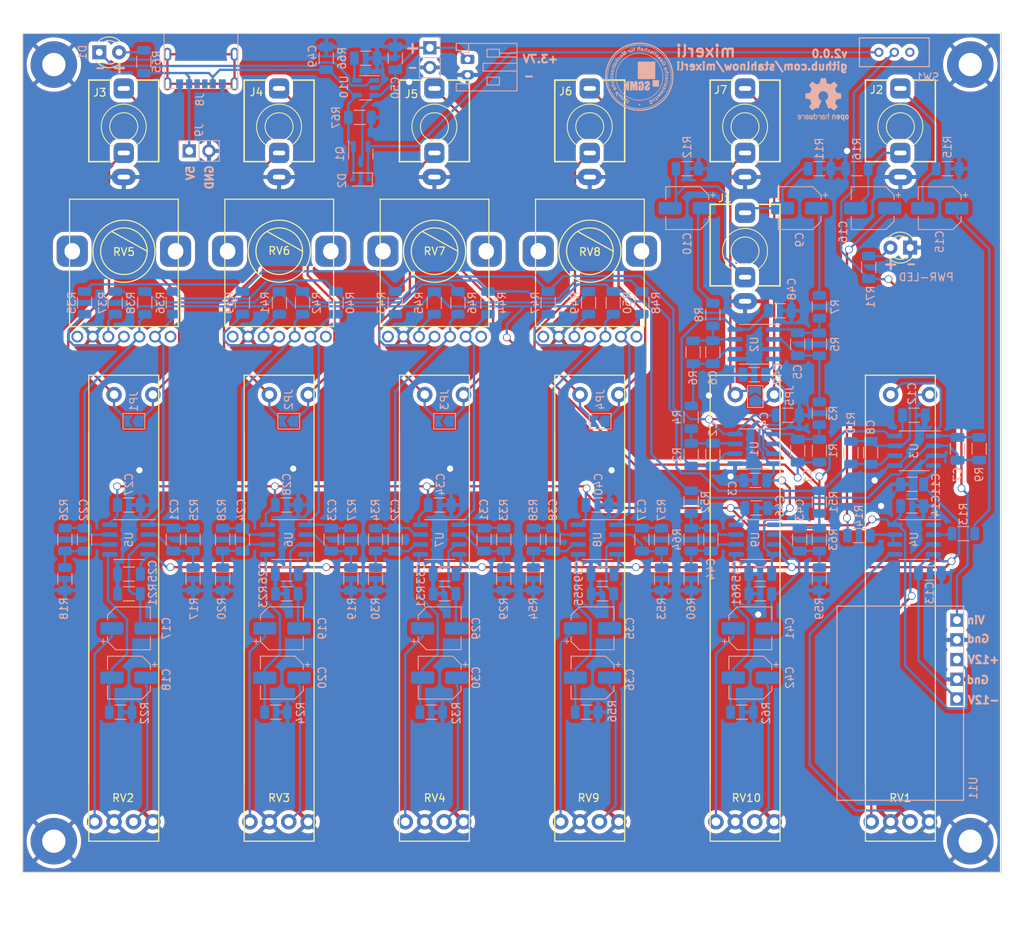
<source format=kicad_pcb>
(kicad_pcb (version 20221018) (generator pcbnew)
  (title_block (title "mixerli") (date "2022-11-13") (rev "2.0.0a") (company "stahllabs") (comment 1 "MIT License - Copyright (c) 2017 stahl") (comment 2 "https://github.com/stahlnow/mixerli") (comment 3 "level control slider and stereo rotary aux send level control.") (comment 4 "LiPo powered 10 channel (4x2 + 1x2) stereo mixer featuring stereo input"))
  (layers (0 "F.Cu" signal) (31 "B.Cu" signal) (34 "B.Paste" user) (35 "F.Paste" user) (36 "B.SilkS" user "B.Silkscreen") (37 "F.SilkS" user "F.Silkscreen") (38 "B.Mask" user) (39 "F.Mask" user) (44 "Edge.Cuts" user))
  (net 0 "")
  (net 1 "Net-(C1-Pad2)")
  (net 2 "Net-(C2-Pad2)")
  (net 3 "GND")
  (net 4 "Net-(C5-Pad1)")
  (net 5 "Net-(C5-Pad2)")
  (net 6 "Net-(C6-Pad1)")
  (net 7 "Net-(C10-Pad2)")
  (net 8 "Net-(C9-Pad1)")
  (net 9 "Net-(C10-Pad1)")
  (net 10 "Net-(C15-Pad1)")
  (net 11 "Net-(C15-Pad2)")
  (net 12 "Net-(C16-Pad1)")
  (net 13 "Net-(C16-Pad2)")
  (net 14 "Net-(C19-Pad1)")
  (net 15 "Net-(C19-Pad2)")
  (net 16 "Net-(C20-Pad1)")
  (net 17 "Net-(C20-Pad2)")
  (net 18 "Net-(C21-Pad2)")
  (net 19 "Net-(C22-Pad2)")
  (net 20 "Net-(C23-Pad2)")
  (net 21 "Net-(C24-Pad2)")
  (net 22 "Net-(C29-Pad1)")
  (net 23 "Net-(C30-Pad1)")
  (net 24 "Net-(C35-Pad1)")
  (net 25 "Net-(C35-Pad2)")
  (net 26 "Net-(C36-Pad1)")
  (net 27 "Net-(C36-Pad2)")
  (net 28 "/Pan/Send/LOOP-LEFT")
  (net 29 "/Pan/Send/LOOP-RIGHT")
  (net 30 "/Pan/Send/MAIN-XPAND-LEFT")
  (net 31 "/Pan/Send/MAIN-XPAND-RIGHT")
  (net 32 "Net-(R35-Pad1)")
  (net 33 "Net-(R37-Pad1)")
  (net 34 "Net-(R39-Pad1)")
  (net 35 "Net-(R41-Pad1)")
  (net 36 "Net-(R43-Pad1)")
  (net 37 "Net-(R45-Pad1)")
  (net 38 "Net-(R47-Pad1)")
  (net 39 "Net-(R49-Pad1)")
  (net 40 "Net-(C6-Pad2)")
  (net 41 "Net-(C7-Pad1)")
  (net 42 "Net-(C8-Pad2)")
  (net 43 "Net-(C9-Pad2)")
  (net 44 "Net-(C17-Pad1)")
  (net 45 "Net-(C17-Pad2)")
  (net 46 "Net-(C18-Pad1)")
  (net 47 "Net-(C18-Pad2)")
  (net 48 "Net-(C29-Pad2)")
  (net 49 "Net-(C30-Pad2)")
  (net 50 "Net-(C31-Pad2)")
  (net 51 "Net-(C32-Pad2)")
  (net 52 "Net-(C37-Pad2)")
  (net 53 "Net-(C38-Pad2)")
  (net 54 "Net-(C41-Pad1)")
  (net 55 "Net-(C41-Pad2)")
  (net 56 "Net-(C42-Pad1)")
  (net 57 "Net-(C42-Pad2)")
  (net 58 "Net-(C43-Pad2)")
  (net 59 "Net-(C44-Pad2)")
  (net 60 "Net-(R13-Pad2)")
  (net 61 "Net-(R14-Pad2)")
  (net 62 "Net-(RV1-Pad5)")
  (net 63 "Net-(RV1-Pad2)")
  (net 64 "-12V")
  (net 65 "+12V")
  (net 66 "/Power Supply/5V")
  (net 67 "Net-(D1-Pad1)")
  (net 68 "Net-(D1-Pad2)")
  (net 69 "Net-(R66-Pad1)")
  (net 70 "/Input 1/RIGHT")
  (net 71 "/Input 1/LEFT")
  (net 72 "/Input 2/RIGHT")
  (net 73 "/Input 2/LEFT")
  (net 74 "/Input 3/RIGHT")
  (net 75 "/Input 3/LEFT")
  (net 76 "/Input 4/RIGHT")
  (net 77 "/Input 4/LEFT")
  (net 78 "/Input 5/RIGHT")
  (net 79 "/Input 5/LEFT")
  (net 80 "/Power Supply/Vbat")
  (net 81 "Net-(D2-Pad1)")
  (net 82 "Net-(D3-Pad2)")
  (net 83 "Net-(J3-PadR)")
  (net 84 "Net-(R71-Pad1)")
  (net 85 "Net-(J3-PadT)")
  (net 86 "Net-(J4-PadR)")
  (net 87 "Net-(J4-PadT)")
  (net 88 "Net-(J5-PadR)")
  (net 89 "Net-(J5-PadT)")
  (net 90 "Net-(J6-PadR)")
  (net 91 "Net-(J6-PadT)")
  (net 92 "Net-(J7-PadR)")
  (net 93 "Net-(J7-PadT)")
  (net 94 "unconnected-(J8-PadS1)")
  (footprint "stahllabs:Jack_3.5mm_QingPu_WQP-PJ366ST_Vertical" (layer "F.Cu") (at 184.3734 63.5744)
    (fp_text reference "J1")
    (fp_text value "QingPu_WQP-PJ366ST")
  )
  (footprint "stahllabs:Jack_3.5mm_QingPu_WQP-PJ366ST_Vertical" (layer "F.Cu") (at 204.3734 47.5744)
    (fp_text reference "J2")
    (fp_text value "QingPu_WQP-PJ366ST")
  )
  (footprint "stahllabs:RS451121400A" (layer "F.Cu") (at 204.3734 109.5744 90)
    (fp_text reference "RV1")
    (fp_text value "10k")
  )
  (footprint "LEDs:LED_D3.0mm" (layer "F.Cu") (at 101.2284 37.9964)
    (fp_text reference "D1")
    (fp_text value "LED")
  )
  (footprint "LEDs:LED_D3.0mm" (layer "F.Cu") (at 205.6274 63.1424 180)
    (fp_text reference "D3" hide)
    (fp_text value "PWR-LED")
  )
  (footprint "stahllabs:Jack_3.5mm_QingPu_WQP-PJ366ST_Vertical" (layer "F.Cu") (at 124.3734 47.5744)
    (fp_text reference "J4")
    (fp_text value "QingPu_WQP-PJ366ST")
  )
  (footprint "stahllabs:Jack_3.5mm_QingPu_WQP-PJ366ST_Vertical" (layer "F.Cu") (at 144.3734 47.5744)
    (fp_text reference "J5")
    (fp_text value "QingPu_WQP-PJ366ST")
  )
  (footprint "stahllabs:Jack_3.5mm_QingPu_WQP-PJ366ST_Vertical" (layer "F.Cu") (at 164.3734 47.5744)
    (fp_text reference "J6")
    (fp_text value "QingPu_WQP-PJ366ST")
  )
  (footprint "stahllabs:Jack_3.5mm_QingPu_WQP-PJ366ST_Vertical" (layer "F.Cu") (at 184.3734 47.5744)
    (fp_text reference "J7")
    (fp_text value "QingPu_WQP-PJ366ST")
  )
  (footprint "stahllabs:RS451121400A" (layer "F.Cu") (at 124.3734 109.5744 90)
    (fp_text reference "RV3")
    (fp_text value "10k")
  )
  (footprint "stahllabs:RS451121400A" (layer "F.Cu") (at 144.3734 109.5744 90)
    (fp_text reference "RV4")
    (fp_text value "10k")
  )
  (footprint "stahllabs:RS451121400A" (layer "F.Cu") (at 164.3734 109.5744 90)
    (fp_text reference "RV9")
    (fp_text value "10k")
  )
  (footprint "stahllabs:RS451121400A" (layer "F.Cu") (at 184.3734 109.5744 90)
    (fp_text reference "RV10")
    (fp_text value "10k")
  )
  (footprint "stahllabs:Jack_3.5mm_QingPu_WQP-PJ366ST_Vertical" (layer "F.Cu") (at 104.3734 47.5744)
    (fp_text reference "J3")
    (fp_text value "QingPu_WQP-PJ366ST")
  )
  (footprint "stahllabs:RS451121400A" (layer "F.Cu") (at 104.3734 109.5744 90)
    (fp_text reference "RV2")
    (fp_text value "10k")
  )
  (footprint "stahllabs:RK14K12D0A18" (layer "F.Cu") (at 104.3934 63.6084)
    (fp_text reference "RV5")
    (fp_text value "50k A")
  )
  (footprint "stahllabs:RK14K12D0A18" (layer "F.Cu") (at 124.3934 63.6084)
    (fp_text reference "RV6")
    (fp_text value "50k A")
  )
  (footprint "stahllabs:RK14K12D0A18" (layer "F.Cu") (at 144.3934 63.6084)
    (fp_text reference "RV7")
    (fp_text value "50k A")
  )
  (footprint "stahllabs:RK14K12D0A18" (layer "F.Cu") (at 164.3934 63.6084)
    (fp_text reference "RV8")
    (fp_text value "50k A")
  )
  (footprint "MountingHole:MountingHole_3mm_Pad" (layer "F.Cu") (at 95.3734 139.5744)
    (fp_text reference "H2" hide)
    (fp_text value "MountingHole_Pad")
  )
  (footprint "MountingHole:MountingHole_3mm_Pad" (layer "F.Cu") (at 95.3734 39.5744)
    (fp_text reference "H1" hide)
    (fp_text value "MountingHole_Pad")
  )
  (footprint "MountingHole:MountingHole_3mm_Pad" (layer "F.Cu") (at 213.3734 139.5744)
    (fp_text reference "H4" hide)
    (fp_text value "MountingHole_Pad")
  )
  (footprint "MountingHole:MountingHole_3mm_Pad" (layer "F.Cu") (at 213.3734 39.5744)
    (fp_text reference "H3" hide)
    (fp_text value "MountingHole_Pad")
  )
  (footprint "Capacitor_SMD:C_1206_3216Metric" (layer "B.Cu") (at 191.1494 89.3044 90)
    (fp_text reference "C1")
    (fp_text value "47pF")
  )
  (footprint "Capacitor_SMD:C_1206_3216Metric" (layer "B.Cu") (at 185.6884 93.1144 180)
    (fp_text reference "C3")
    (fp_text value "0.1")
  )
  (footprint "Capacitor_SMD:C_1206_3216Metric" (layer "B.Cu") (at 189.8794 84.7324)
    (fp_text reference "C4")
    (fp_text value "0.1")
  )
  (footprint "Capacitor_SMD:C_1206_3216Metric" (layer "B.Cu") (at 191.1494 75.5884 90)
    (fp_text reference "C5")
    (fp_text value "47pF")
  )
  (footprint "Capacitor_SMD:C_1206_3216Metric" (layer "B.Cu") (at 180.2274 76.6044 90)
    (fp_text reference "C6")
    (fp_text value "47pF")
  )
  (footprint "Capacitor_SMD:C_1206_3216Metric" (layer "B.Cu") (at 211.7234 89.0504 -90)
    (fp_text reference "C7")
    (fp_text value "47pF")
  )
  (footprint "Capacitor_SMD:C_1206_3216Metric" (layer "B.Cu") (at 200.5474 89.5584 90)
    (fp_text reference "C8")
    (fp_text value "47pF")
  )
  (footprint "Capacitor_SMD:CP_Elec_5x5.8" (layer "B.Cu") (at 191.4034 58.0624 180)
    (fp_text reference "C9")
    (fp_text value "47uF")
  )
  (footprint "Capacitor_SMD:CP_Elec_5x5.8" (layer "B.Cu") (at 176.9254 58.0624 180)
    (fp_text reference "C10")
    (fp_text value "47uF")
  )
  (footprint "Capacitor_SMD:C_1206_3216Metric" (layer "B.Cu") (at 205.8814 93.6224 180)
    (fp_text reference "C11")
    (fp_text value "0.1")
  )
  (footprint "Capacitor_SMD:C_1206_3216Metric" (layer "B.Cu") (at 206.1354 84.7324)
    (fp_text reference "C12")
    (fp_text value "0.1")
  )
  (footprint "Capacitor_SMD:C_1206_3216Metric" (layer "B.Cu") (at 208.1674 105.0524)
    (fp_text reference "C13")
    (fp_text value "0.1")
  )
  (footprint "Capacitor_SMD:C_1206_3216Metric" (layer "B.Cu") (at 205.8814 96.4164)
    (fp_text reference "C14")
    (fp_text value "0.1")
  )
  (footprint "Capacitor_SMD:CP_Elec_5x5.8" (layer "B.Cu") (at 209.4374 58.0624 180)
    (fp_text reference "C15")
    (fp_text value "47uF")
  )
  (footprint "Capacitor_SMD:CP_Elec_5x5.8" (layer "B.Cu") (at 200.8014 58.0624 180)
    (fp_text reference "C16")
    (fp_text value "47uF")
  )
  (footprint "Capacitor_SMD:CP_Elec_5x5.8" (layer "B.Cu") (at 124.7284 112.1644)
    (fp_text reference "C19")
    (fp_text value "47uF/25V")
  )
  (footprint "Capacitor_SMD:CP_Elec_5x5.8" (layer "B.Cu") (at 124.7284 118.5144 180)
    (fp_text reference "C20")
    (fp_text value "47uF/25V")
  )
  (footprint "Capacitor_SMD:C_1206_3216Metric" (layer "B.Cu") (at 99.3284 100.7344 -90)
    (fp_text reference "C22")
    (fp_text value "47pF")
  )
  (footprint "Capacitor_SMD:C_1206_3216Metric" (layer "B.Cu") (at 131.0784 100.7344 -90)
    (fp_text reference "C23")
    (fp_text value "47pF")
  )
  (footprint "Capacitor_SMD:C_1206_3216Metric" (layer "B.Cu") (at 105.0434 105.1794 180)
    (fp_text reference "C25")
    (fp_text value "0.1")
  )
  (footprint "Capacitor_SMD:C_1206_3216Metric" (layer "B.Cu") (at 125.3634 105.1794 180)
    (fp_text reference "C26")
    (fp_text value "0.1")
  )
  (footprint "Capacitor_SMD:C_1206_3216Metric" (layer "B.Cu") (at 105.0434 96.2894)
    (fp_text reference "C27")
    (fp_text value "0.1")
  )
  (footprint "Capacitor_SMD:C_1206_3216Metric" (layer "B.Cu") (at 125.3634 96.2894)
    (fp_text reference "C28")
    (fp_text value "0.1")
  )
  (footprint "Capacitor_SMD:CP_Elec_5x5.8" (layer "B.Cu") (at 145.0484 112.1644)
    (fp_text reference "C29")
    (fp_text value "47uF/25V")
  )
  (footprint "Capacitor_SMD:CP_Elec_5x5.8" (layer "B.Cu") (at 145.0484 118.5144 180)
    (fp_text reference "C30")
    (fp_text value "47uF/25V")
  )
  (footprint "Capacitor_SMD:C_1206_3216Metric" (layer "B.Cu") (at 150.7634 100.7344 -90)
    (fp_text reference "C31")
    (fp_text value "47pF")
  )
  (footprint "Capacitor_SMD:C_1206_3216Metric" (layer "B.Cu") (at 139.3334 100.7344 -90)
    (fp_text reference "C32")
    (fp_text value "47pF")
  )
  (footprint "Capacitor_SMD:C_1206_3216Metric" (layer "B.Cu") (at 145.6834 105.1794 180)
    (fp_text reference "C33")
    (fp_text value "0.1")
  )
  (footprint "Capacitor_SMD:C_1206_3216Metric" (layer "B.Cu") (at 145.0484 96.2894)
    (fp_text reference "C34")
    (fp_text value "0.1")
  )
  (footprint "Capacitor_SMD:CP_Elec_5x5.8" (layer "B.Cu") (at 164.7334 112.1644)
    (fp_text reference "C35")
    (fp_text value "47uF/25V")
  )
  (footprint "Capacitor_SMD:CP_Elec_5x5.8" (layer "B.Cu") (at 164.7334 118.5144 180)
    (fp_text reference "C36")
    (fp_text value "47uF/25V")
  )
  (footprint "Capacitor_SMD:C_1206_3216Metric" (layer "B.Cu") (at 171.0834 100.7344 -90)
    (fp_text reference "C37")
    (fp_text value "47pF")
  )
  (footprint "Capacitor_SMD:C_1206_3216Metric" (layer "B.Cu") (at 159.6534 100.7344 -90)
    (fp_text reference "C38")
    (fp_text value "47pF")
  )
  (footprint "Capacitor_SMD:C_1206_3216Metric" (layer "B.Cu") (at 166.0034 105.1794 180)
    (fp_text reference "C39")
    (fp_text value "0.1")
  )
  (footprint "Capacitor_SMD:C_1206_3216Metric" (layer "B.Cu") (at 165.3684 96.2894)
    (fp_text reference "C40")
    (fp_text value "0.1")
  )
  (footprint "Capacitor_SMD:CP_Elec_5x5.8" (layer "B.Cu") (at 185.0534 112.1644)
    (fp_text reference "C41")
    (fp_text value "47uF/25V")
  )
  (footprint "Capacitor_SMD:CP_Elec_5x5.8" (layer "B.Cu") (at 185.0534 118.5144 180)
    (fp_text reference "C42")
    (fp_text value "47uF/25V")
  )
  (footprint "Capacitor_SMD:C_1206_3216Metric" (layer "B.Cu") (at 191.4034 100.7344 -90)
    (fp_text reference "C43")
    (fp_text value "47pF")
  )
  (footprint "Capacitor_SMD:C_1206_3216Metric" (layer "B.Cu") (at 179.9734 100.7344 -90)
    (fp_text reference "C44")
    (fp_text value "47pF")
  )
  (footprint "Capacitor_SMD:C_1206_3216Metric" (layer "B.Cu") (at 186.3234 105.1794 180)
    (fp_text reference "C45")
    (fp_text value "0.1")
  )
  (footprint "Capacitor_SMD:C_1206_3216Metric" (layer "B.Cu") (at 185.8154 96.6704)
    (fp_text reference "C46")
    (fp_text value "0.1")
  )
  (footprint "Capacitor_SMD:C_1206_3216Metric" (layer "B.Cu") (at 130.4434 38.7584 90)
    (fp_text reference "C49")
    (fp_text value "4.7uF")
  )
  (footprint "Capacitor_SMD:C_1206_3216Metric" (layer "B.Cu") (at 139.3334 38.7584 90)
    (fp_text reference "C50")
    (fp_text value "4.7uF")
  )
  (footprint "Resistor_SMD:R_1206_3216Metric" (layer "B.Cu") (at 193.9434 89.3044 -90)
    (fp_text reference "R1")
    (fp_text value "10k")
  )
  (footprint "Resistor_SMD:R_1206_3216Metric" (layer "B.Cu") (at 177.4334 89.8124 -90)
    (fp_text reference "R2")
    (fp_text value "10k")
  )
  (footprint "Resistor_SMD:R_1206_3216Metric" (layer "B.Cu") (at 193.9434 84.4784 -90)
    (fp_text reference "R3")
    (fp_text value "10k")
  )
  (footprint "Resistor_SMD:R_1206_3216Metric" (layer "B.Cu") (at 177.4334 84.9864 -90)
    (fp_text reference "R4")
    (fp_text value "10k")
  )
  (footprint "Resistor_SMD:R_1206_3216Metric" (layer "B.Cu") (at 193.9434 75.5884 -90)
    (fp_text reference "R5")
    (fp_text value "10k")
  )
  (footprint "Resistor_SMD:R_1206_3216Metric" (layer "B.Cu") (at 177.6874 76.6044 -90)
    (fp_text reference "R6")
    (fp_text value "10k")
  )
  (footprint "Resistor_SMD:R_1206_3216Metric" (layer "B.Cu") (at 193.9434 70.7624 -90)
    (fp_text reference "R7")
    (fp_text value "100")
  )
  (footprint "Resistor_SMD:R_1206_3216Metric" (layer "B.Cu") (at 180.2274 71.7784 -90)
    (fp_text reference "R8")
    (fp_text value "100")
  )
  (footprint "Resistor_SMD:R_1206_3216Metric" (layer "B.Cu") (at 214.5174 89.0504 -90)
    (fp_text reference "R9")
    (fp_text value "10k")
  )
  (footprint "Resistor_SMD:R_1206_3216Metric" (layer "B.Cu") (at 198.0074 89.5584 -90)
    (fp_text reference "R10")
    (fp_text value "10k")
  )
  (footprint "Resistor_SMD:R_1206_3216Metric" (layer "B.Cu") (at 193.9434 52.9824 180)
    (fp_text reference "R11")
    (fp_text value "100k")
  )
  (footprint "Resistor_SMD:R_1206_3216Metric" (layer "B.Cu") (at 212.4854 99.9724 180)
    (fp_text reference "R13")
    (fp_text value "100")
  )
  (footprint "Resistor_SMD:R_1206_3216Metric" (layer "B.Cu") (at 199.0234 100.2264)
    (fp_text reference "R14")
    (fp_text value "100")
  )
  (footprint "Resistor_SMD:R_1206_3216Metric" (layer "B.Cu") (at 210.4534 52.9824 180)
    (fp_text reference "R15")
    (fp_text value "100k")
  )
  (footprint "Resistor_SMD:R_1206_3216Metric" (layer "B.Cu") (at 198.7694 52.9824)
    (fp_text reference "R16")
    (fp_text value "100k")
  )
  (footprint "Resistor_SMD:R_1206_3216Metric" (layer "B.Cu") (at 113.2984 105.8144 -90)
    (fp_text reference "R17")
    (fp_text value "10k")
  )
  (footprint "Resistor_SMD:R_1206_3216Metric" (layer "B.Cu") (at 96.7884 105.8144 -90)
    (fp_text reference "R18")
    (fp_text value "10k")
  )
  (footprint "Resistor_SMD:R_1206_3216Metric" (layer "B.Cu") (at 133.6184 105.8144 -90)
    (fp_text reference "R19")
    (fp_text value "10k")
  )
  (footprint "Resistor_SMD:R_1206_3216Metric" (layer "B.Cu") (at 117.1084 105.8144 -90)
    (fp_text reference "R20")
    (fp_text value "10k")
  )
  (footprint "Resistor_SMD:R_1206_3216Metric" (layer "B.Cu") (at 105.0434 107.7194)
    (fp_text reference "R21")
    (fp_text value "47k")
  )
  (footprint "Resistor_SMD:R_1206_3216Metric" (layer "B.Cu") (at 125.3634 107.7194)
    (fp_text reference "R23")
    (fp_text value "47k")
  )
  (footprint "Resistor_SMD:R_1206_3216Metric" (layer "B.Cu") (at 123.9734 122.9594 180)
    (fp_text reference "R24")
    (fp_text value "47k")
  )
  (footprint "Resistor_SMD:R_1206_3216Metric" (layer "B.Cu") (at 113.2984 100.7344 -90)
    (fp_text reference "R25")
    (fp_text value "10k")
  )
  (footprint "Resistor_SMD:R_1206_3216Metric" (layer "B.Cu") (at 96.7884 100.7344 -90)
    (fp_text reference "R26")
    (fp_text value "10k")
  )
  (footprint "Resistor_SMD:R_1206_3216Metric" (layer "B.Cu") (at 133.6184 100.7344 -90)
    (fp_text reference "R27")
    (fp_text value "10k")
  )
  (footprint "Resistor_SMD:R_1206_3216Metric" (layer "B.Cu") (at 153.3034 105.8144 -90)
    (fp_text reference "R29")
    (fp_text value "10k")
  )
  (footprint "Resistor_SMD:R_1206_3216Metric" (layer "B.Cu") (at 136.7934 105.8144 -90)
    (fp_text reference "R30")
    (fp_text value "10k")
  )
  (footprint "Resistor_SMD:R_1206_3216Metric" (layer "B.Cu") (at 145.6834 107.7194)
    (fp_text reference "R31")
    (fp_text value "47k")
  )
  (footprint "Resistor_SMD:R_1206_3216Metric" (layer "B.Cu") (at 143.9734 122.9594 180)
    (fp_text reference "R32")
    (fp_text value "47k")
  )
  (footprint "Resistor_SMD:R_1206_3216Metric" (layer "B.Cu") (at 153.3034 100.7344 -90)
    (fp_text reference "R33")
    (fp_text value "10k")
  )
  (footprint "Resistor_SMD:R_1206_3216Metric" (layer "B.Cu") (at 136.7934 100.7344 -90)
    (fp_text reference "R34")
    (fp_text value "10k")
  )
  (footprint "Resistor_SMD:R_1206_3216Metric" (layer "B.Cu") (at 99.3284 70.2544 90)
    (fp_text reference "R35")
    (fp_text value "10k")
  )
  (footprint "Resistor_SMD:R_1206_3216Metric" (layer "B.Cu") (at 110.7584 70.2544 90)
    (fp_text reference "R36")
    (fp_text value "10k")
  )
  (footprint "Resistor_SMD:R_1206_3216Metric" (layer "B.Cu") (at 103.2654 70.2544 90)
    (fp_text reference "R37")
    (fp_text value "10k")
  )
  (footprint "Resistor_SMD:R_1206_3216Metric" (layer "B.Cu") (at 107.0754 70.2544 90)
    (fp_text reference "R38")
    (fp_text value "10k")
  )
  (footprint "Resistor_SMD:R_1206_3216Metric" (layer "B.Cu") (at 119.6484 70.2544 90)
    (fp_text reference "R39")
    (fp_text value "10k")
  )
  (footprint "Resistor_SMD:R_1206_3216Metric" (layer "B.Cu") (at 131.7134 70.2544 90)
    (fp_text reference "R40")
    (fp_text value "10k")
  )
  (footprint "Resistor_SMD:R_1206_3216Metric" (layer "B.Cu") (at 124.4109 70.2544 90)
    (fp_text reference "R41")
    (fp_text value "10k")
  )
  (footprint "Resistor_SMD:R_1206_3216Metric" (layer "B.Cu") (at 127.3954 70.2544 90)
    (fp_text reference "R42")
    (fp_text value "10k")
  )
  (footprint "Resistor_SMD:R_1206_3216Metric" (layer "B.Cu") (at 139.3334 70.2544 90)
    (fp_text reference "R43")
    (fp_text value "10k")
  )
  (footprint "Resistor_SMD:R_1206_3216Metric" (layer "B.Cu") (at 151.2714 70.2544 90)
    (fp_text reference "R44")
    (fp_text value "10k")
  )
  (footprint "Resistor_SMD:R_1206_3216Metric" (layer "B.Cu") (at 144.3499 70.2544 90)
    (fp_text reference "R45")
    (fp_text value "10k")
  )
  (footprint "Resistor_SMD:R_1206_3216Metric" (layer "B.Cu") (at 147.3979 70.2544 90)
    (fp_text reference "R46")
    (fp_text value "10k")
  )
  (footprint "Resistor_SMD:R_1206_3216Metric" (layer "B.Cu") (at 159.0184 70.2544 90)
    (fp_text reference "R47")
    (fp_text value "10k")
  )
  (footprint "Resistor_SMD:R_1206_3216Metric" (layer "B.Cu") (at 171.0834 70.2544 90)
    (fp_text reference "R48")
    (fp_text value "10k")
  )
  (footprint "Resistor_SMD:R_1206_3216Metric" (layer "B.Cu") (at 164.2254 70.2544 90)
    (fp_text reference "R49")
    (fp_text value "10k")
  )
  (footprint "Resistor_SMD:R_1206_3216Metric" (layer "B.Cu") (at 167.4004 70.2544 90)
    (fp_text reference "R50")
    (fp_text value "10k")
  )
  (footprint "Resistor_SMD:R_1206_3216Metric" (layer "B.Cu") (at 193.9434 95.9084 90)
    (fp_text reference "R51")
    (fp_text value "10k")
  )
  (footprint "Resistor_SMD:R_1206_3216Metric" (layer "B.Cu") (at 177.4334 95.9084 90)
    (fp_text reference "R52")
    (fp_text value "10k")
  )
  (footprint "Resistor_SMD:R_1206_3216Metric" (layer "B.Cu") (at 173.6234 105.8144 -90)
    (fp_text reference "R53")
    (fp_text value "10k")
  )
  (footprint "Resistor_SMD:R_1206_3216Metric" (layer "B.Cu") (at 157.1134 105.8144 -90)
    (fp_text reference "R54")
    (fp_text value "10k")
  )
  (footprint "Resistor_SMD:R_1206_3216Metric" (layer "B.Cu") (at 166.0034 107.7194)
    (fp_text reference "R55")
    (fp_text value "47k")
  )
  (footprint "Resistor_SMD:R_1206_3216Metric" (layer "B.Cu") (at 163.9734 122.9594 180)
    (fp_text reference "R56")
    (fp_text value "47k")
  )
  (footprint "Resistor_SMD:R_1206_3216Metric" (layer "B.Cu") (at 173.6234 100.7344 -90)
    (fp_text reference "R57")
    (fp_text value "10k")
  )
  (footprint "Resistor_SMD:R_1206_3216Metric" (layer "B.Cu") (at 157.1134 100.7344 -90)
    (fp_text reference "R58")
    (fp_text value "10k")
  )
  (footprint "Resistor_SMD:R_1206_3216Metric" (layer "B.Cu") (at 193.9434 105.8144 -90)
    (fp_text reference "R59")
    (fp_text value "10k")
  )
  (footprint "Resistor_SMD:R_1206_3216Metric" (layer "B.Cu") (at 177.4334 105.8144 -90)
    (fp_text reference "R60")
    (fp_text value "10k")
  )
  (footprint "Resistor_SMD:R_1206_3216Metric" (layer "B.Cu") (at 186.3234 107.7194)
    (fp_text reference "R61")
    (fp_text value "47k")
  )
  (footprint "Resistor_SMD:R_1206_3216Metric" (layer "B.Cu") (at 183.9734 122.9594 180)
    (fp_text reference "R62")
    (fp_text value "47k")
  )
  (footprint "Resistor_SMD:R_1206_3216Metric" (layer "B.Cu") (at 193.9434 100.7344 -90)
    (fp_text reference "R63")
    (fp_text value "10k")
  )
  (footprint "Resistor_SMD:R_1206_3216Metric" (layer "B.Cu") (at 177.4334 100.7344 -90)
    (fp_text reference "R64")
    (fp_text value "10k")
  )
  (footprint "Resistor_SMD:R_1206_3216Metric" (layer "B.Cu") (at 135.5234 38.7584)
    (fp_text reference "R66")
    (fp_text value "2k")
  )
  (footprint "Resistor_SMD:R_1206_3216Metric" (layer "B.Cu") (at 200.2934 65.6824 90)
    (fp_text reference "R71")
    (fp_text value "10k")
  )
  (footprint "Package_SO:SOIC-8_3.9x4.9mm_P1.27mm" (layer "B.Cu") (at 185.5614 89.0504 180)
    (fp_text reference "U1")
    (fp_text value "NJM4580")
  )
  (footprint "Package_SO:SOIC-8_3.9x4.9mm_P1.27mm" (layer "B.Cu") (at 185.5614 75.5884 180)
    (fp_text reference "U2")
    (fp_text value "NJM4580")
  )
  (footprint "Package_SO:SOIC-8_3.9x4.9mm_P1.27mm" (layer "B.Cu") (at 206.1354 89.3044 180)
    (fp_text reference "U3")
    (fp_text value "NJM4580")
  )
  (footprint "Package_SO:SOIC-8_3.9x4.9mm_P1.27mm" (layer "B.Cu") (at 206.1354 100.7344 180)
    (fp_text reference "U4")
    (fp_text value "NJM4580")
  )
  (footprint "Package_SO:SOIC-8_3.9x4.9mm_P1.27mm" (layer "B.Cu") (at 105.0434 100.7344 180)
    (fp_text reference "U5")
    (fp_text value "NJM4580")
  )
  (footprint "Package_SO:SOIC-8_3.9x4.9mm_P1.27mm" (layer "B.Cu") (at 125.3634 100.7344 180)
    (fp_text reference "U6")
    (fp_text value "NJM4580")
  )
  (footprint "Package_SO:SOIC-8_3.9x4.9mm_P1.27mm" (layer "B.Cu") (at 145.0484 100.7344 180)
    (fp_text reference "U7")
    (fp_text value "NJM4580")
  )
  (footprint "Package_SO:SOIC-8_3.9x4.9mm_P1.27mm" (layer "B.Cu") (at 165.3684 100.7344 180)
    (fp_text reference "U8")
    (fp_text value "NJM4580")
  )
  (footprint "Package_SO:SOIC-8_3.9x4.9mm_P1.27mm" (layer "B.Cu") (at 185.6884 100.7344 180)
    (fp_text reference "U9")
    (fp_text value "NJM4580")
  )
  (footprint "Package_TO_SOT_SMD:SOT-23-5" (layer "B.Cu") (at 135.5234 42.5684 180)
    (fp_text reference "U10")
    (fp_text value "MCP73831")
  )
  (footprint "Capacitor_SMD:CP_Elec_5x5.8" (layer "B.Cu") (at 105.0434 112.1644)
    (fp_text reference "C17")
    (fp_text value "47uF/25V")
  )
  (footprint "Capacitor_SMD:CP_Elec_5x5.8" (layer "B.Cu") (at 105.0434 118.5144 180)
    (fp_text reference "C18")
    (fp_text value "47uF/25V")
  )
  (footprint "Resistor_SMD:R_1206_3216Metric" (layer "B.Cu") (at 176.9254 52.9824 180)
    (fp_text reference "R12")
    (fp_text value "100k")
  )
  (footprint "Capacitor_SMD:C_1206_3216Metric" (layer "B.Cu") (at 110.7584 100.7344 -90)
    (fp_text reference "C21")
    (fp_text value "47pF")
  )
  (footprint "Resistor_SMD:R_1206_3216Metric" (layer "B.Cu") (at 117.1084 100.7344 -90)
    (fp_text reference "R28")
    (fp_text value "10k")
  )
  (footprint "Capacitor_SMD:C_1206_3216Metric" (layer "B.Cu") (at 119.6484 100.7344 -90)
    (fp_text reference "C24")
    (fp_text value "47pF")
  )
  (footprint "Resistor_SMD:R_1206_3216Metric" (layer "B.Cu") (at 103.9734 122.9594 180)
    (fp_text reference "R22")
    (fp_text value "47k")
  )
  (footprint "Capacitor_SMD:C_1206_3216Metric" (layer "B.Cu") (at 180.2274 89.8124 90)
    (fp_text reference "C2")
    (fp_text value "47pF")
  )
  (footprint "Capacitor_SMD:C_1206_3216Metric" (layer "B.Cu") (at 185.5614 79.5084 180)
    (fp_text reference "C47")
    (fp_text value "0.1")
  )
  (footprint "Capacitor_SMD:C_1206_3216Metric" (layer "B.Cu") (at 188.8634 71.2704)
    (fp_text reference "C48")
    (fp_text value "0.1")
  )
  (footprint "stahllabs:USB_C_Receptacle_CUI_Devices_UJC-HP-3-SMT-TR" (layer "B.Cu") (at 114.3144 38.2504)
    (fp_text reference "J8")
    (fp_text value "UJC-HP-3-SMT-TR")
  )
  (footprint "Resistor_SMD:R_1206_3216Metric" (layer "B.Cu") (at 106.9484 39.2049 -90)
    (fp_text reference "R65")
    (fp_text value "1k")
  )
  (footprint "Connector_PinHeader_2.54mm:PinHeader_1x02_P2.54mm_Vertical" (layer "B.Cu") (at 112.8058 50.6964 -90)
    (fp_text reference "J9")
    (fp_text value "5V")
  )
  (footprint "Jumper:SolderJumper-2_P1.3mm_Open_TrianglePad1.0x1.5mm" (layer "B.Cu") (at 125.6174 85.4944 180)
    (fp_text reference "JP2")
    (fp_text value "SolderJumper_2_Open")
  )
  (footprint "Jumper:SolderJumper-2_P1.3mm_Open_TrianglePad1.0x1.5mm" (layer "B.Cu") (at 145.6834 85.4944 180)
    (fp_text reference "JP3")
    (fp_text value "SolderJumper_2_Open")
  )
  (footprint "Jumper:SolderJumper-2_P1.3mm_Open_TrianglePad1.0x1.5mm" (layer "B.Cu") (at 165.7124 85.4944 180)
    (fp_text reference "JP4")
    (fp_text value "SolderJumper_2_Open")
  )
  (footprint "Jumper:SolderJumper-2_P1.3mm_Open_TrianglePad1.0x1.5mm" (layer "B.Cu") (at 185.6884 82.3194 90)
    (fp_text reference "JP5")
    (fp_text value "SolderJumper_2_Open")
  )
  (footprint "stahllabs:DC-DC-Boost-Converter-Positive-Negative-Dual-Output-Power-Supply" (layer "B.Cu") (at 204.3574 121.3084 -90)
    (fp_text reference "U11")
    (fp_text value "DC-DC-Boost-Converter-Positive-Negative-Dual-Output-Power-Supply")
  )
  (footprint "Resistor_SMD:R_1206_3216Metric" (layer "B.Cu") (at 134.7614 46.3784)
    (fp_text reference "R67")
    (fp_text value "100k")
  )
  (footprint "Connector_PinHeader_2.54mm:PinHeader_1x02_P2.54mm_Vertical" (layer "B.Cu") (at 143.7934 37.4084 180)
    (fp_text reference "J11" hide)
    (fp_text value "CONN_01X02")
  )
  (footprint "Connector_JST:JST_PH_S2B-PH-K_1x02_P2.00mm_Horizontal" (layer "B.Cu") (at 148.6434 38.9084 -90)
    (fp_text reference "J10" hide)
    (fp_text value "CONN_01X02" hide)
  )
  (footprint "Package_TO_SOT_SMD:SOT-23" (layer "B.Cu") (at 134.8884 51.0774 -90)
    (fp_text reference "Q1")
    (fp_text value "ZXMP6A13FTA")
  )
  (footprint "Diode_SMD:D_SOD-323" (layer "B.Cu") (at 134.8884 54.3794 180)
    (fp_text reference "D2")
    (fp_text value "BAT20JFILM")
  )
  (footprint "Jumper:SolderJumper-2_P1.3mm_Open_TrianglePad1.0x1.5mm" (layer "B.Cu") (at 105.6784 85.4944 180)
    (fp_text reference "JP1")
    (fp_text value "SolderJumper_2_Open")
  )
  (footprint "stahllabs:Switches_Alps_SSSS916400" (layer "B.Cu") (at 203.5954 37.9964)
    (fp_text reference "SW1")
    (fp_text value "SW_SPDT")
  )
  (footprint "stahllabs:LOGO_SGMK_Stamp_8.8mm" (layer "B.Cu") (at 170.7736 41.146 180)
    (fp_text reference "G***" hide)
    (fp_text value "LOGO" hide)
  )
  (footprint "Symbol:OSHW-Logo2_7.3x6mm_SilkScreen" (layer "B.Cu") (at 194.4464 44.0924 180)
    (fp_text reference "REF**" hide)
    (fp_text value "OSHW-Logo2_7.3x6mm_SilkScreen" hide)
  )
  (gr_line (start 91.3734 35.5744) (end 91.3734 143.5744) (stroke (width 0.1)) (layer "Edge.Cuts"))
  (gr_line (start 217.3734 35.5744) (end 91.3734 35.5744) (stroke (width 0.1)) (layer "Edge.Cuts"))
  (gr_line (start 91.3734 143.5744) (end 217.3734 143.5744) (stroke (width 0.1)) (layer "Edge.Cuts"))
  (gr_line (start 217.3734 35.5744) (end 217.3734 143.5744) (stroke (width 0.1)) (layer "Edge.Cuts"))
  (gr_text "v2.0.0\ngithub.com/stahlnow/mixerli" (at 197.6976 38.987) (layer "B.SilkS") (effects (font (size 1 1) (thickness 0.25)) (justify left mirror)))
  (gr_text "Gnd" (at 214.3934 113.5084) (layer "B.SilkS") (effects (font (size 1 1) (thickness 0.25)) (justify mirror)))
  (gr_text "-12V" (at 215.0934 121.4084) (layer "B.SilkS") (effects (font (size 1 1) (thickness 0.25)) (justify mirror)))
  (gr_text "+12V" (at 215.0934 116.2084) (layer "B.SilkS") (effects (font (size 1 1) (thickness 0.25)) (justify mirror)))
  (gr_text "mixerli" (at 179.308 37.844) (layer "B.SilkS") (effects (font (size 1.5 1.5) (thickness 0.3)) (justify mirror)))
  (gr_text "-" (at 156.5496 41.0444) (layer "B.SilkS") (effects (font (size 1 1) (thickness 0.25) bold) (justify mirror)))
  (gr_text "-" (at 141.5636 39.9268) (layer "B.SilkS") (effects (font (size 1 1) (thickness 0.25)) (justify mirror)))
  (gr_text "Vin" (at 214.0934 111.1084) (layer "B.SilkS") (effects (font (size 1 1) (thickness 0.25)) (justify mirror)))
  (gr_text "-" (at 101.33 39.9776) (layer "B.SilkS") (effects (font (size 1 1) (thickness 0.25)) (justify mirror)))
  (gr_text "+3.7V" (at 158.0228 38.86) (layer "B.SilkS") (effects (font (size 1 1) (thickness 0.25) bold) (justify mirror)))
  (gr_text "+" (at 141.5636 37.3868) (layer "B.SilkS") (effects (font (size 1.5 1.5) (thickness 0.3)) (justify mirror)))
  (gr_text "+" (at 203.1332 65.2252) (layer "B.SilkS") (effects (font (size 1.5 1.5) (thickness 0.3))))
  (gr_text "Gnd" (at 214.335954 118.8084) (layer "B.SilkS") (effects (font (size 1 1) (thickness 0.25)) (justify mirror)))
  (gr_text "GND" (at 115.4016 54.1 90) (layer "B.SilkS") (effects (font (size 1 1) (thickness 0.25)) (justify mirror)))
  (gr_text "-" (at 205.7748 65.2252) (layer "B.SilkS") (effects (font (size 1 1) (thickness 0.25)) (justify mirror)))
  (gr_text "5V" (at 112.9632 53.5412 90) (layer "B.SilkS") (effects (font (size 1 1) (thickness 0.25)) (justify mirror)))
  (gr_text "+" (at 103.8192 39.9268) (layer "B.SilkS") (effects (font (size 1.5 1.5) (thickness 0.3))))
  (segment (start 190.4904 87.1454) (end 191.1494 87.8044) (width 0.3) (layer "B.Cu") (net 1))
  (segment (start 193.9434 87.8544) (end 193.9434 85.9284) (width 0.3) (layer "B.Cu") (net 1))
  (segment (start 193.8934 87.8044) (end 193.9434 87.8544) (width 0.3) (layer "B.Cu") (net 1))
  (segment (start 188.2614 87.1454) (end 190.4904 87.1454) (width 0.3) (layer "B.Cu") (net 1))
  (segment (start 191.1494 87.8044) (end 193.8934 87.8044) (width 0.3) (layer "B.Cu") (net 1))
  (segment (start 183.0084 88.3374) (end 183.0864 88.4154) (width 0.3) (layer "B.Cu") (net 2))
  (segment (start 177.4334 88.3499) (end 180.2149 88.3499) (width 0.3) (layer "B.Cu") (net 2))
  (segment (start 180.2149 88.3499) (end 180.2274 88.3374) (width 0.3) (layer "B.Cu") (net 2))
  (segment (start 177.4334 86.4489) (end 177.4334 88.3499) (width 0.3) (layer "B.Cu") (net 2))
  (segment (start 180.2274 88.3374) (end 183.0084 88.3374) (width 0.3) (layer "B.Cu") (net 2))
  (segment (start 200.555401 95.084401) (end 201.387401 95.916401) (width 0.3) (layer "F.Cu") (net 3))
  (segment (start 201.0554 93.1144) (end 200.555401 93.614399) (width 0.3) (layer "F.Cu") (net 3))
  (segment (start 200.555401 93.614399) (end 200.555401 95.084401) (width 0.3) (layer "F.Cu") (net 3))
  (segment (start 201.387401 95.916401) (end 201.8874 96.4164) (width 0.3) (layer "F.Cu") (net 3))
  (via (at 201.0554 93.1144) (size 1) (drill 0.8) (layers "F.Cu" "B.Cu") (net 3))
  (via (at 182.5134 92.6064) (size 1) (drill 0.8) (layers "F.Cu" "B.Cu") (net 3))
  (via (at 141.1114 41.8064) (size 1) (drill 0.8) (layers "F.Cu" "B.Cu") (net 3))
  (via (at 126.1934 91.6084) (size 1) (drill 0.8) (layers "F.Cu" "B.Cu") (net 3))
  (via (at 179.7194 82.1924) (size 1) (drill 0.8) (layers "F.Cu" "B.Cu") (net 3))
  (via (at 197.4994 50.6964) (size 1) (drill 0.8) (layers "F.Cu" "B.Cu") (net 3))
  (via (at 167.1934 91.8084) (size 1) (drill 0.8) (layers "F.Cu" "B.Cu") (net 3))
  (via (at 201.8874 96.4164) (size 1) (drill 0.8) (layers "F.Cu" "B.Cu") (net 3))
  (via (at 186.0694 110.3864) (size 1) (drill 0.8) (layers "F.Cu" "B.Cu") (net 3))
  (via (at 146.3934 91.6084) (size 1) (drill 0.8) (layers "F.Cu" "B.Cu") (net 3))
  (via (at 106.3934 91.8084) (size 1) (drill 0.8) (layers "F.Cu" "B.Cu") (net 3))
  (segment (start 126.8634 95.2894) (end 126.5934 95.0194) (width 0.2) (layer "B.Cu") (net 3))
  (segment (start 208.198973 89.9394) (end 206.43188 91.706493) (width 0.3) (layer "B.Cu") (net 3))
  (segment (start 206.43188 95.49188) (end 207.3564 96.4164) (width 0.3) (layer "B.Cu") (net 3))
  (segment (start 188.0364 89.6854) (end 187.624973 89.6854) (width 0.3) (layer "B.Cu") (net 3))
  (segment (start 126.5934 95.0194) (end 126.5934 92.0084) (width 0.2) (layer "B.Cu") (net 3))
  (segment (start 187.018942 86.481431) (end 189.605369 86.481431) (width 0.3) (layer "B.Cu") (net 3))
  (segment (start 137.67292 39.44542) (end 136.9859 38.7584) (width 0.3) (layer "B.Cu") (net 3))
  (segment (start 182.5134 79.3984) (end 179.7194 82.1924) (width 0.3) (layer "B.Cu") (net 3))
  (segment (start 136.6609 42.5684) (end 137.079827 42.5684) (width 0.3) (layer "B.Cu") (net 3))
  (segment (start 155.9634 107.2644) (end 153.3034 107.2644) (width 0.3) (layer "B.Cu") (net 3))
  (segment (start 184.0614 79.3984) (end 182.5134 79.3984) (width 0.3) (layer "B.Cu") (net 3))
  (segment (start 137.079827 42.5684) (end 137.67292 41.975307) (width 0.3) (layer "B.Cu") (net 3))
  (segment (start 166.8684 95.2894) (end 167.1934 94.9644) (width 0.2) (layer "B.Cu") (net 3))
  (segment (start 126.8634 96.2894) (end 126.8634 95.2894) (width 0.2) (layer "B.Cu") (net 3))
  (segment (start 167.1934 94.9644) (end 167.1934 91.8084) (width 0.2) (layer "B.Cu") (net 3))
  (segment (start 203.6604 91.2094) (end 204.071827 91.2094) (width 0.3) (layer "B.Cu") (net 3))
  (segment (start 195.3934 52.9824) (end 195.3934 51.8324) (width 0.3) (layer "B.Cu") (net 3))
  (segment (start 188.2614 89.6854) (end 187.7864 89.6854) (width 0.3) (layer "B.Cu") (net 3))
  (segment (start 186.71188 86.788493) (end 187.018942 86.481431) (width 0.3) (layer "B.Cu") (net 3))
  (segment (start 196.5294 50.6964) (end 197.4994 50.6964) (width 0.3) (layer "B.Cu") (net 3))
  (segment (start 189.605369 86.481431) (end 191.3544 84.7324) (width 0.3) (layer "B.Cu") (net 3))
  (segment (start 207.28588 87.995347) (end 207.28588 85.05692) (width 0.3) (layer "B.Cu") (net 3))
  (segment (start 126.5934 92.0084) (end 126.1934 91.6084) (width 0.2) (layer "B.Cu") (net 3))
  (segment (start 183.0864 90.9554) (end 183.0864 92.0334) (width 0.3) (layer "B.Cu") (net 3))
  (segment (start 136.7934 107.2644) (end 133.6184 107.2644) (width 0.3) (layer "B.Cu") (net 3))
  (segment (start 207.28588 85.05692) (end 207.6104 84.7324) (width 0.3) (layer "B.Cu") (net 3))
  (segment (start 187.624973 89.6854) (end 186.71188 88.772307) (width 0.3) (layer "B.Cu") (net 3))
  (segment (start 115.9584 107.2644) (end 113.2984 107.2644) (width 0.3) (layer "B.Cu") (net 3))
  (segment (start 146.5484 95.9894) (end 146.3934 95.8344) (width 0.2) (layer "B.Cu") (net 3))
  (segment (start 204.071827 91.2094) (end 207.28588 87.995347) (width 0.3) (layer "B.Cu") (net 3))
  (segment (start 203.6604 91.2094) (end 204.072524 91.2094) (width 0.3) (layer "B.Cu") (net 3))
  (segment (start 195.3934 51.8324) (end 196.5294 50.6964) (width 0.3) (layer "B.Cu") (net 3))
  (segment (start 146.3934 95.8344) (end 146.3934 91.6084) (width 0.2) (layer "B.Cu") (net 3))
  (segment (start 195.3934 52.9824) (end 197.3194 52.9824) (width 0.3) (layer "B.Cu") (net 3))
  (segment (start 202.9604 91.2094) (end 201.0554 93.1144) (width 0.3) (layer "B.Cu") (net 3))
  (segment (start 204.3814 93.9224) (end 201.8874 96.4164) (width 0.3) (layer "B.Cu") (net 3))
  (segment (start 157.1134 107.2644) (end 155.9634 107.2644) (width 0.3) (layer "B.Cu") (net 3))
  (segment (start 206.43188 91.706493) (end 206.43188 95.49188) (width 0.3) (layer "B.Cu") (net 3))
  (segment (start 182.5134 92.6064) (end 183.7054 92.6064) (width 0.3) (layer "B.Cu") (net 3))
  (segment (start 213.3734 139.5744) (end 210.9274 139.5744) (width 0.3) (layer "B.Cu") (net 3))
  (segment (start 186.71188 88.772307) (end 186.71188 86.788493) (width 0.3) (layer "B.Cu") (net 3))
  (segment (start 183.0864 92.0334) (end 182.5134 92.6064) (width 0.3) (layer "B.Cu") (net 3))
  (segment (start 208.6104 89.9394) (end 208.198973 89.9394) (width 0.3) (layer "B.Cu") (net 3))
  (segment (start 106.5434 95.2894) (end 106.3934 95.1394) (width 0.2) (layer "B.Cu") (net 3))
  (segment (start 106.3934 95.1394) (end 106.3934 91.8084) (width 0.2) (layer "B.Cu") (net 3))
  (segment (start 204.3814 93.6224) (end 204.3814 93.9224) (width 0.3) (layer "B.Cu") (net 3))
  (segment (start 106.5434 96.2894) (end 106.5434 95.2894) (width 0.2) (layer "B.Cu") (net 3))
  (segment (start 146.5484 96.2894) (end 146.5484 95.9894) (width 0.2) (layer "B.Cu") (net 3))
  (segment (start 203.4354 91.2094) (end 202.9604 91.2094) (width 0.3) (layer "B.Cu") (net 3))
  (segment (start 166.8684 96.2894) (end 166.8684 95.2894) (width 0.2) (layer "B.Cu") (net 3))
  (segment (start 203.9104 91.2094) (end 203.4354 91.2094) (width 0.3) (layer "B.Cu") (net 3))
  (segment (start 117.1084 107.2644) (end 115.9584 107.2644) (width 0.3) (layer "B.Cu") (net 3))
  (segment (start 137.67292 41.975307) (end 137.67292 39.44542) (width 0.3) (layer "B.Cu") (net 3))
  (segment (start 183.7054 92.6064) (end 184.2134 93.1144) (width 0.3) (layer "B.Cu") (net 3))
  (segment (start 193.9434 77.0509) (end 191.1619 77.0509) (width 0.3) (layer "B.Cu") (net 4))
  (segment (start 191.1619 77.0509) (end 191.1494 77.0634) (width 0.3) (layer "B.Cu") (net 4))
  (segment (start 193.9434 77.0384) (end 193.9434 83.0284) (width 0.3) (layer "B.Cu") (net 4))
  (segment (start 193.9309 77.0509) (end 193.9434 77.0634) (width 0.3) (layer "B.Cu") (net 4))
  (segment (start 188.0364 74.9534) (end 189.0394 74.9534) (width 0.3) (layer "B.Cu") (net 4))
  (segment (start 189.0394 74.9534) (end 191.1494 77.0634) (width 0.3) (layer "B.Cu") (net 4))
  (segment (start 193.9434 74.1259) (end 193.9434 72.2249) (width 0.3) (layer "B.Cu") (net 5))
  (segment (start 190.7194 73.6834) (end 191.1494 74.1134) (width 0.3) (layer "B.Cu") (net 5))
  (segment (start 190.7069 73.6834) (end 191.1494 74.1259) (width 0.3) (layer "B.Cu") (net 5))
  (segment (start 191.1494 74.1134) (end 193.9309 74.1134) (width 0.3) (layer "B.Cu") (net 5))
  (segment (start 188.0364 73.6834) (end 190.7194 73.6834) (width 0.3) (layer "B.Cu") (net 5))
  (segment (start 180.2274 78.1044) (end 177.7374 78.1044) (width 0.3) (layer "B.Cu") (net 6))
  (segment (start 182.0834 76.2234) (end 183.0864 76.2234) (width 0.3) (layer "B.Cu") (net 6))
  (segment (start 180.2274 78.0794) (end 182.0834 76.2234) (width 0.3) (layer "B.Cu") (net 6))
  (segment (start 177.7374 78.1044) (end 177.6874 78.0544) (width 0.3) (layer "B.Cu") (net 6))
  (segment (start 177.6874 83.2699) (end 177.4334 83.5239) (width 0.3) (layer "B.Cu") (net 6))
  (segment (start 177.6874 78.0669) (end 177.6874 83.2699) (width 0.3) (layer "B.Cu") (net 6))
  (segment (start 175.4629 52.9824) (end 175.4629 56.4475) (width 0.3) (layer "B.Cu") (net 7))
  (segment (start 184.3734 66.9544) (end 181.8022 64.3832) (width 0.3) (layer "B.Cu") (net 7))
  (segment (start 176.642 55.2684) (end 175.4629 56.4475) (width 0.3) (layer "B.Cu") (net 7))
  (segment (start 181.8022 56.1828) (end 180.8878 55.2684) (width 0.3) (layer "B.Cu") (net 7))
  (segment (start 181.8022 64.3832) (end 181.8022 56.1828) (width 0.3) (layer "B.Cu") (net 7))
  (segment (start 175.4629 56.4475) (end 175.4629 57.3249) (width 0.3) (layer "B.Cu") (net 7))
  (segment (start 175.4629 57.3249) (end 174.7254 58.0624) (width 0.3) (layer "B.Cu") (net 7))
  (segment (start 180.8878 55.2684) (end 176.642 55.2684) (width 0.3) (layer "B.Cu") (net 7))
  (segment (start 193.9434 69.3124) (end 193.9434 58.4024) (width 0.3) (layer "B.Cu") (net 8))
  (segment (start 193.9434 58.4024) (end 193.6034 58.0624) (width 0.3) (layer "B.Cu") (net 8))
  (segment (start 178.3254 58.8624) (end 178.3254 68.4139) (width 0.3) (layer "B.Cu") (net 9))
  (segment (start 178.3254 68.4139) (end 180.2274 70.3159) (width 0.3) (layer "B.Cu") (net 9))
  (segment (start 179.1254 58.0624) (end 178.3254 58.8624) (width 0.3) (layer "B.Cu") (net 9))
  (segment (start 215.817401 63.342401) (end 215.817401 96.940399) (width 0.3) (layer "B.Cu") (net 10))
  (segment (start 211.6374 59.1624) (end 215.817401 63.342401) (width 0.3) (layer "B.Cu") (net 10))
  (segment (start 213.9354 98.8224) (end 213.9354 99.9724) (width 0.3) (layer "B.Cu") (net 10))
  (segment (start 211.6374 58.0624) (end 211.6374 59.1624) (width 0.3) (layer "B.Cu") (net 10))
  (segment (start 215.817401 96.940399) (end 213.9354 98.8224) (width 0.3) (layer "B.Cu") (net 10))
  (segment (start 207.2374 54.7359) (end 208.9909 52.9824) (width 0.3) (layer "B.Cu") (net 11))
  (segment (start 204.3734 42.6544) (end 208.9909 47.2719) (width 0.3) (layer "B.Cu") (net 11))
  (segment (start 208.9909 47.2719) (end 208.9909 52.9824) (width 0.3) (layer "B.Cu") (net 11))
  (segment (start 207.2374 58.0624) (end 207.2374 54.7359) (width 0.3) (layer "B.Cu") (net 11))
  (segment (start 197.4994 97.9404) (end 197.4994 67.2064) (width 0.3) (layer "F.Cu") (net 12))
  (segment (start 197.4994 67.2064) (end 197.4994 63.3964) (width 0.3) (layer "F.Cu") (net 12))
  (segment (start 197.4994 63.3964) (end 197.7534 63.3964) (width 0.3) (layer "F.Cu") (net 12))
  (via (at 197.4994 97.9404) (size 1) (drill 0.8) (layers "F.Cu" "B.Cu") (net 12))
  (via (at 197.7534 63.3964) (size 1) (drill 0.8) (layers "F.Cu" "B.Cu") (net 12))
  (segment (start 197.5734 100.2264) (end 197.5734 98.0144) (width 0.3) (layer "B.Cu") (net 12))
  (segment (start 197.7534 63.3964) (end 203.0874 58.1484) (width 0.3) (layer "B.Cu") (net 12))
  (segment (start 197.5734 98.0144) (end 197.4994 97.9404) (width 0.3) (layer "B.Cu") (net 12))
  (segment (start 200.2319 52.9824) (end 200.2319 56.4319) (width 0.3) (layer "B.Cu") (net 13))
  (segment (start 204.3734 50.9544) (end 202.2599 50.9544) (width 0.3) (layer "B.Cu") (net 13))
  (segment (start 200.2319 56.4319) (end 198.6014 58.0624) (width 0.3) (layer "B.Cu") (net 13))
  (segment (start 202.2599 50.9544) (end 200.2319 52.9824) (width 0.3) (layer "B.Cu") (net 13))
  (segment (start 122.5284 113.2644) (end 120.578399 115.214401) (width 0.3) (layer "B.Cu") (net 14))
  (segment (start 122.5284 112.1644) (end 122.5284 113.2644) (width 0.3) (layer "B.Cu") (net 14))
  (segment (start 120.578399 115.214401) (end 120.578399 135.615186) (width 0.3) (layer "B.Cu") (net 14))
  (segment (start 120.578399 135.615186) (end 120.6234 135.660187) (width 0.3) (layer "B.Cu") (net 14))
  (segment (start 120.6234 135.660187) (end 120.6234 137.0744) (width 0.3) (layer "B.Cu") (net 14))
  (segment (start 126.7884 101.3694) (end 125.813399 102.344401) (width 0.3) (layer "B.Cu") (net 15))
  (segment (start 126.8134 107.3194) (end 126.8134 107.7194) (width 0.3) (layer "B.Cu") (net 15))
  (segment (start 125.813399 106.319399) (end 126.8134 107.3194) (width 0.3) (layer "B.Cu") (net 15))
  (segment (start 126.8134 107.7194) (end 126.8134 112.0494) (width 0.3) (layer "B.Cu") (net 15))
  (segment (start 125.813399 102.344401) (end 125.813399 106.319399) (width 0.3) (layer "B.Cu") (net 15))
  (segment (start 126.8134 112.0494) (end 126.9284 112.1644) (width 0.3) (layer "B.Cu") (net 15))
  (segment (start 128.0634 101.3694) (end 126.7884 101.3694) (width 0.3) (layer "B.Cu") (net 15))
  (segment (start 126.623399 136.074401) (end 125.6234 137.0744) (width 0.3) (layer "B.Cu") (net 16))
  (segment (start 127.078401 135.619399) (end 126.623399 136.074401) (width 0.3) (layer "B.Cu") (net 16))
  (segment (start 126.9284 119.6144) (end 127.078401 119.764401) (width 0.3) (layer "B.Cu") (net 16))
  (segment (start 126.9284 118.5144) (end 126.9284 119.6144) (width 0.3) (layer "B.Cu") (net 16))
  (segment (start 127.078401 119.764401) (end 127.078401 135.619399) (width 0.3) (layer "B.Cu") (net 16))
  (segment (start 122.5284 118.5144) (end 122.5284 122.9419) (width 0.3) (layer "B.Cu") (net 17))
  (segment (start 122.6634 108.579402) (end 122.6634 103.2394) (width 0.3) (layer "B.Cu") (net 17))
  (segment (start 124.478401 115.464399) (end 124.478401 110.394403) (width 0.3) (layer "B.Cu") (net 17))
  (segment (start 122.6634 103.2394) (end 122.6634 102.6394) (width 0.3) (layer "B.Cu") (net 17))
  (segment (start 122.5284 122.9419) (end 122.5109 122.9594) (width 0.3) (layer "B.Cu") (net 17))
  (segment (start 122.5284 117.4144) (end 124.478401 115.464399) (width 0.3) (layer "B.Cu") (net 17))
  (segment (start 124.478401 110.394403) (end 122.6634 108.579402) (width 0.3) (layer "B.Cu") (net 17))
  (segment (start 122.5284 118.5144) (end 122.5284 117.4144) (width 0.3) (layer "B.Cu") (net 17))
  (segment (start 113.2484 102.2344) (end 113.2984 102.1844) (width 0.3) (layer "B.Cu") (net 18))
  (segment (start 110.7584 102.2344) (end 108.6234 100.0994) (width 0.3) (layer "B.Cu") (net 18))
  (segment (start 110.7584 102.2344) (end 113.2484 102.2344) (width 0.3) (layer "B.Cu") (net 18))
  (segment (start 108.6234 100.0994) (end 107.7434 100.0994) (width 0.3) (layer "B.Cu") (net 18))
  (segment (start 113.2984 102.1844) (end 113.2984 104.3644) (width 0.3) (layer "B.Cu") (net 18))
  (segment (start 100.1934 101.3694) (end 102.3434 101.3694) (width 0.3) (layer "B.Cu") (net 19))
  (segment (start 99.3284 102.2344) (end 96.8384 102.2344) (width 0.3) (layer "B.Cu") (net 19))
  (segment (start 96.8384 102.2344) (end 96.7884 102.1844) (width 0.3) (layer "B.Cu") (net 19))
  (segment (start 99.3284 102.2344) (end 100.1934 101.3694) (width 0.3) (layer "B.Cu") (net 19))
  (segment (start 96.7884 102.1844) (end 96.7884 104.3644) (width 0.3) (layer "B.Cu") (net 19))
  (segment (start 133.5684 102.2344) (end 133.6184 102.1844) (width 0.3) (layer "B.Cu") (net 20))
  (segment (start 131.0784 102.2344) (end 133.5684 102.2344) (width 0.3) (layer "B.Cu") (net 20))
  (segment (start 128.0634 100.0994) (end 128.9434 100.0994) (width 0.3) (layer "B.Cu") (net 20))
  (segment (start 128.9434 100.0994) (end 131.0784 102.2344) (width 0.3) (layer "B.Cu") (net 20))
  (segment (start 133.6184 102.1844) (end 133.6184 104.3644) (width 0.3) (layer "B.Cu") (net 20))
  (segment (start 117.1084 102.1844) (end 117.1084 104.3644) (width 0.3) (layer "B.Cu") (net 21))
  (segment (start 119.5984 102.1844) (end 119.6484 102.2344) (width 0.3) (layer "B.Cu") (net 21))
  (segment (start 117.1084 102.1844) (end 119.5984 102.1844) (width 0.3) (layer "B.Cu") (net 21))
  (segment (start 119.6484 102.2344) (end 120.5134 101.3694) (width 0.3) (layer "B.Cu") (net 21))
  (segment (start 120.5134 101.3694) (end 122.6634 101.3694) (width 0.3) (layer "B.Cu") (net 21))
  (segment (start 142.8484 112.1644) (end 142.8484 113.2644) (width 0.3) (layer "B.Cu") (net 22))
  (segment (start 140.6234 115.4894) (end 140.6234 135.660187) (width 0.3) (layer "B.Cu") (net 22))
  (segment (start 142.8484 113.2644) (end 140.6234 115.4894) (width 0.3) (layer "B.Cu") (net 22))
  (segment (start 140.6234 135.660187) (end 140.6234 137.0744) (width 0.3) (layer "B.Cu") (net 22))
  (segment (start 147.398401 119.764401) (end 147.398401 135.299399) (width 0.3) (layer "B.Cu") (net 23))
  (segment (start 147.2484 118.5144) (end 147.2484 119.6144) (width 0.3) (layer "B.Cu") (net 23))
  (segment (start 147.2484 119.6144) (end 147.398401 119.764401) (width 0.3) (layer "B.Cu") (net 23))
  (segment (start 146.623399 136.074401) (end 145.6234 137.0744) (width 0.3) (layer "B.Cu") (net 23))
  (segment (start 147.398401 135.299399) (end 146.623399 136.074401) (width 0.3) (layer "B.Cu") (net 23))
  (segment (start 160.6234 137.0744) (end 160.6234 114.0744) (width 0.3) (layer "B.Cu") (net 24))
  (segment (start 160.6234 114.0744) (end 162.5334 112.1644) (width 0.3) (layer "B.Cu") (net 24))
  (segment (start 167.8434 101.3694) (end 166.8684 101.3694) (width 0.3) (layer "B.Cu") (net 25))
  (segment (start 166.51839 101.71941) (end 166.51839 106.77189) (width 0.3) (layer "B.Cu") (net 25))
  (segment (start 167.4534 107.7194) (end 167.4534 111.6444) (width 0.3) (layer "B.Cu") (net 25))
  (segment (start 166.8684 101.3694) (end 166.51839 101.71941) (width 0.3) (layer "B.Cu") (net 25))
  (segment (start 166.51839 106.77189) (end 167.4659 107.7194) (width 0.3) (layer "B.Cu") (net 25))
  (segment (start 167.4534 111.6444) (end 166.9334 112.1644) (width 0.3) (layer "B.Cu") (net 25))
  (segment (start 167.718401 134.979399) (end 166.623399 136.074401) (width 0.3) (layer "B.Cu") (net 26))
  (segment (start 166.9334 118.5144) (end 166.9334 119.6144) (width 0.3) (layer "B.Cu") (net 26))
  (segment (start 166.623399 136.074401) (end 165.6234 137.0744) (width 0.3) (layer "B.Cu") (net 26))
  (segment (start 167.718401 120.399401) (end 167.718401 134.979399) (width 0.3) (layer "B.Cu") (net 26))
  (segment (start 166.9334 119.6144) (end 167.718401 120.399401) (width 0.3) (layer "B.Cu") (net 26))
  (segment (start 162.5334 117.4144) (end 162.5334 118.5144) (width 0.3) (layer "B.Cu") (net 27))
  (segment (start 162.6684 102.6394) (end 162.6684 109.189398) (width 0.3) (layer "B.Cu") (net 27))
  (segment (start 162.5109 118.5369) (end 162.5334 118.5144) (width 0.3) (layer "B.Cu") (net 27))
  (segment (start 164.483401 111.004399) (end 164.483401 115.464399) (width 0.3) (layer "B.Cu") (net 27))
  (segment (start 164.483401 115.464399) (end 162.5334 117.4144) (width 0.3) (layer "B.Cu") (net 27))
  (segment (start 162.6684 109.189398) (end 164.483401 111.004399) (width 0.3) (layer "B.Cu") (net 27))
  (segment (start 162.5109 122.9594) (end 162.5109 118.5369) (width 0.3) (layer "B.Cu") (net 27))
  (segment (start 153.6934 74.7084) (end 156.9434 77.892402) (width 0.3) (layer "F.Cu") (net 28))
  (segment (start 170.141388 91.09039) (end 189.47539 91.09039) (width 0.3) (layer "F.Cu") (net 28))
  (segment (start 156.9434 77.892402) (end 170.141388 91.09039) (width 0.3) (layer "F.Cu") (net 28))
  (segment (start 189.47539 91.09039) (end 191.1494 92.7644) (width 0.3) (layer "F.Cu") (net 28))
  (via (at 191.1494 92.7644) (size 1) (drill 0.8) (layers "F.Cu" "B.Cu") (net 28))
  (via (at 153.6934 74.7084) (size 1) (drill 0.8) (layers "F.Cu" "B.Cu") (net 28))
  (segment (start 193.8934 90.8044) (end 193.9434 90.7544) (width 0.3) (layer "B.Cu") (net 28))
  (segment (start 126.323429 70.704429) (end 124.4109 68.7919) (width 0.3) (layer "B.Cu") (net 28))
  (segment (start 124.4109 68.7919) (end 122.498369 70.704431) (width 0.3) (layer "B.Cu") (net 28))
  (segment (start 188.0364 88.4154) (end 188.7854 88.4154) (width 0.3) (layer "B.Cu") (net 28))
  (segment (start 164.2254 68.7919) (end 162.312869 70.704431) (width 0.3) (layer "B.Cu") (net 28))
  (segment (start 144.3499 68.7919) (end 142.437371 70.704429) (width 0.3) (layer "B.Cu") (net 28))
  (segment (start 142.437371 70.704429) (end 126.323429 70.704429) (width 0.3) (layer "B.Cu") (net 28))
  (segment (start 155.997369 70.704431) (end 146.262431 70.704431) (width 0.3) (layer "B.Cu") (net 28))
  (segment (start 146.262431 70.704431) (end 144.3499 68.7919) (width 0.3) (layer "B.Cu") (net 28))
  (segment (start 162.312869 70.704431) (end 155.997369 70.704431) (width 0.3) (layer "B.Cu") (net 28))
  (segment (start 106.257431 70.704431) (end 104.3449 68.7919) (width 0.3) (layer "B.Cu") (net 28))
  (segment (start 153.6934 73.0084) (end 155.997369 70.704431) (width 0.3) (layer "B.Cu") (net 28))
  (segment (start 188.7854 88.4154) (end 191.1494 90.7794) (width 0.3) (layer "B.Cu") (net 28))
  (segment (start 153.6934 74.7084) (end 153.6934 73.0084) (width 0.3) (layer "B.Cu") (net 28))
  (segment (start 104.3449 68.7919) (end 103.2654 68.7919) (width 0.3) (layer "B.Cu") (net 28))
  (segment (start 122.498369 70.704431) (end 106.257431 70.704431) (width 0.3) (layer "B.Cu") (net 28))
  (segment (start 191.1494 90.8044) (end 191.1494 92.7644) (width 0.3) (layer "B.Cu") (net 28))
  (segment (start 191.1494 90.8044) (end 193.8934 90.8044) (width 0.3) (layer "B.Cu") (net 28))
  (segment (start 180.2149 91.2749) (end 180.2274 91.2874) (width 0.3) (layer "B.Cu") (net 29))
  (segment (start 161.0019 66.8084) (end 159.0184 68.7919) (width 0.3) (layer "B.Cu") (net 29))
  (segment (start 119.6484 68.7919) (end 118.73589 67.87939) (width 0.3) (layer "B.Cu") (net 29))
  (segment (start 170.885946 66.8084) (end 161.0019 66.8084) (width 0.3) (layer "B.Cu") (net 29))
  (segment (start 139.3334 68.7919) (end 141.245931 66.879369) (width 0.3) (layer "B.Cu") (net 29))
  (segment (start 177.4334 91.2749) (end 180.2149 91.2749) (width 0.3) (layer "B.Cu") (net 29))
  (segment (start 175.155389 83.739057) (end 175.155389 71.077843) (width 0.3) (layer "B.Cu") (net 29))
  (segment (start 158.4559 68.2294) (end 159.0184 68.7919) (width 0.3) (layer "B.Cu") (net 29))
  (segment (start 122.2499 66.1904) (end 136.7319 66.1904) (width 0.3) (layer "B.Cu") (net 29))
  (segment (start 175.155389 71.077843) (end 170.885946 66.8084) (width 0.3) (layer "B.Cu") (net 29))
  (segment (start 177.4334 91.2749) (end 176.20839 90.04989) (width 0.3) (layer "B.Cu") (net 29))
  (segment (start 118.73589 67.87939) (end 100.24091 67.87939) (width 0.3) (layer "B.Cu") (net 29))
  (segment (start 180.2274 91.2874) (end 181.8294 89.6854) (width 0.3) (layer "B.Cu") (net 29))
  (segment (start 100.24091 67.87939) (end 99.3284 68.7919) (width 0.3) (layer "B.Cu") (net 29))
  (segment (start 119.6484 68.7919) (end 122.2499 66.1904) (width 0.3) (layer "B.Cu") (net 29))
  (segment (start 141.245931 66.879369) (end 157.105869 66.879369) (width 0.3) (layer "B.Cu") (net 29))
  (segment (start 181.8294 89.6854) (end 183.0864 89.6854) (width 0.3) (layer "B.Cu") (net 29))
  (segment (start 176.20839 90.04989) (end 176.20839 84.792058) (width 0.3) (layer "B.Cu") (net 29))
  (segment (start 157.105869 66.879369) (end 158.4559 68.2294) (width 0.3) (layer "B.Cu") (net 29))
  (segment (start 176.20839 84.792058) (end 175.155389 83.739057) (width 0.3) (layer "B.Cu") (net 29))
  (segment (start 136.7319 66.1904) (end 139.3334 68.7919) (width 0.3) (layer "B.Cu") (net 29))
  (segment (start 178.5834 94.4584) (end 177.0334 94.4584) (width 0.3) (layer "B.Cu") (net 30))
  (segment (start 140.414047 70.204421) (end 128.807921 70.204421) (width 0.3) (layer "B.Cu") (net 30))
  (segment (start 172.30841 89.683392) (end 172.30841 70.999408) (width 0.3) (layer "B.Cu") (net 30))
  (segment (start 168.5504 68.8044) (end 167.4004 68.8044) (width 0.3) (layer "B.Cu") (net 30))
  (segment (start 208.8354 88.6694) (end 207.7604 88.6694) (width 0.3) (layer "B.Cu") (net 30))
  (segment (start 147.3979 68.7919) (end 146.48539 67.87939) (width 0.3) (layer "B.Cu") (net 30))
  (segment (start 172.30841 70.999408) (end 171.367402 70.0584) (width 0.3) (layer "B.Cu") (net 30))
  (segment (start 147.3979 68.7919) (end 148.81042 70.20442) (width 0.3) (layer "B.Cu") (net 30))
  (segment (start 208.6104 88.6694) (end 207.882524 88.6694) (width 0.3) (layer "B.Cu") (net 30))
  (segment (start 142.739078 67.87939) (end 140.414047 70.204421) (width 0.3) (layer "B.Cu") (net 30))
  (segment (start 200.217401 95.358401) (end 179.483401 95.358401) (width 0.3) (layer "B.Cu") (net 30))
  (segment (start 128.807921 70.204421) (end 127.3954 68.7919) (width 0.3) (layer "B.Cu") (net 30))
  (segment (start 107.3294 68.7919) (end 108.741921 70.204421) (width 0.3) (layer "B.Cu") (net 30))
  (segment (start 211.7234 90.5504) (end 211.7234 89.7504) (width 0.3) (layer "B.Cu") (net 30))
  (segment (start 210.6424 88.6694) (end 209.9104 88.6694) (width 0.3) (layer "B.Cu") (net 30))
  (segment (start 162.829532 67.87939) (end 166.48789 67.87939) (width 0.3) (layer "B.Cu") (net 30))
  (segment (start 169.8044 70.0584) (end 168.5504 68.8044) (width 0.3) (layer "B.Cu") (net 30))
  (segment (start 203.203403 92.372399) (end 200.217401 95.358401) (width 0.3) (layer "B.Cu") (net 30))
  (segment (start 108.741921 70.204421) (end 121.212333 70.204421) (width 0.3) (layer "B.Cu") (net 30))
  (segment (start 171.367402 70.0584) (end 169.8044 70.0584) (width 0.3) (layer "B.Cu") (net 30))
  (segment (start 207.882524 88.6694) (end 204.179525 92.372399) (width 0.3) (layer "B.Cu") (net 30))
  (segment (start 121.212333 70.204421) (end 123.537364 67.87939) (width 0.3) (layer "B.Cu") (net 30))
  (segment (start 211.7734 90.5004) (end 211.7234 90.5504) (width 0.3) (layer "B.Cu") (net 30))
  (segment (start 211.7234 89.7504) (end 210.6424 88.6694) (width 0.3) (layer "B.Cu") (net 30))
  (segment (start 160.504501 70.204421) (end 162.829532 67.87939) (width 0.3) (layer "B.Cu") (net 30))
  (segment (start 209.9104 88.6694) (end 208.8354 88.6694) (width 0.3) (layer "B.Cu") (net 30))
  (segment (start 146.48539 67.87939) (end 142.739078 67.87939) (width 0.3) (layer "B.Cu") (net 30))
  (segment (start 177.0334 94.4584) (end 172.283401 89.708401) (width 0.3) (layer "B.Cu") (net 30))
  (segment (start 126.48289 67.87939) (end 127.3954 68.7919) (width 0.3) (layer "B.Cu") (net 30))
  (segment (start 172.283401 89.708401) (end 172.30841 89.683392) (width 0.3) (layer "B.Cu") (net 30))
  (segment (start 214.5174 90.5004) (end 211.7734 90.5004) (width 0.3) (layer "B.Cu") (net 30))
  (segment (start 148.81042 70.20442) (end 160.504501 70.204421) (width 0.3) (layer "B.Cu") (net 30))
  (segment (start 166.48789 67.87939) (end 167.4004 68.7919) (width 0.3) (layer "B.Cu") (net 30))
  (segment (start 204.179525 92.372399) (end 203.203403 92.372399) (width 0.3) (layer "B.Cu") (net 30))
  (segment (start 179.483401 95.358401) (end 178.5834 94.4584) (width 0.3) (layer "B.Cu") (net 30))
  (segment (start 123.537364 67.87939) (end 126.48289 67.87939) (width 0.3) (layer "B.Cu") (net 30))
  (segment (start 202.9604 89.9394) (end 203.4354 89.9394) (width 0.3) (layer "B.Cu") (net 31))
  (segment (start 142.531966 67.37938) (end 149.85888 67.37938) (width 0.3) (layer "B.Cu") (net 31))
  (segment (start 180.9394 94.4584) (end 194.3434 94.4584) (width 0.3) (layer "B.Cu") (net 31))
  (segment (start 171.0834 68.8044) (end 174.655378 72.376378) (width 0.3) (layer "B.Cu") (net 31))
  (segment (start 132.62542 69.70392) (end 140.206446 69.70392) (width 0.3) (layer "B.Cu") (net 31))
  (segment (start 130.30137 67.37987) (end 131.7134 68.7919) (width 0.3) (layer "B.Cu") (net 31))
  (segment (start 156.3769 68.7919) (end 150.7634 68.7919) (width 0.3) (layer "B.Cu") (net 31))
  (segment (start 169.670876 67.379377) (end 162.622423 67.379377) (width 0.3) (layer "B.Cu") (net 31))
  (segment (start 174.655378 72.376378) (end 174.655378 83.946168) (width 0.3) (layer "B.Cu") (net 31))
  (segment (start 171.0834 68.7919) (end 169.670876 67.379377) (width 0.3) (layer "B.Cu") (net 31))
  (segment (start 160.29739 69.70441) (end 157.28941 69.70441) (width 0.3) (layer "B.Cu") (net 31))
  (segment (start 175.533389 91.472391) (end 176.273408 92.21241) (width 0.3) (layer "B.Cu") (net 31))
  (segment (start 157.28941 69.70441) (end 156.3769 68.7919) (width 0.3) (layer "B.Cu") (net 31))
  (segment (start 197.7934 91.0084) (end 200.4974 91.0084) (width 0.3) (layer "B.Cu") (net 31))
  (segment (start 200.5474 91.0584) (end 201.8414 91.0584) (width 0.3) (layer "B.Cu") (net 31))
  (segment (start 131.7134 68.7919) (end 132.62542 69.70392) (width 0.3) (layer "B.Cu") (net 31))
  (segment (start 110.7584 68.7919) (end 111.67091 69.70441) (width 0.3) (layer "B.Cu") (net 31))
  (segment (start 140.206936 69.70441) (end 142.531966 67.37938) (width 0.3) (layer "B.Cu") (net 31))
  (segment (start 122.846476 67.37987) (end 130.30137 67.37987) (width 0.3) (layer "B.Cu") (net 31))
  (segment (start 176.273408 92.21241) (end 178.69341 92.21241) (width 0.3) (layer "B.Cu") (net 31))
  (segment (start 149.85888 67.37938) (end 151.2714 68.7919) (width 0.3) (layer "B.Cu") (net 31))
  (segment (start 162.622423 67.379377) (end 160.29739 69.70441) (width 0.3) (layer "B.Cu") (net 31))
  (segment (start 200.4974 91.0084) (end 200.5474 91.0584) (width 0.3) (layer "B.Cu") (net 31))
  (segment (start 140.206446 69.70392) (end 140.206936 69.70441) (width 0.3) (layer "B.Cu") (net 31))
  (segment (start 194.3434 94.4584) (end 197.7934 91.0084) (width 0.3) (layer "B.Cu") (net 31))
  (segment (start 201.8414 91.0584) (end 202.9604 89.9394) (width 0.3) (layer "B.Cu") (net 31))
  (segment (start 111.67091 69.70441) (end 120.521936 69.70441) (width 0.3) (layer "B.Cu") (net 31))
  (segment (start 178.69341 92.21241) (end 180.9394 94.4584) (width 0.3) (layer "B.Cu") (net 31))
  (segment (start 120.521936 69.70441) (end 122.846476 67.37987) (width 0.3) (layer "B.Cu") (net 31))
  (segment (start 174.655378 83.946168) (end 175.533389 84.824179) (width 0.3) (layer "B.Cu") (net 31))
  (segment (start 175.533389 84.824179) (end 175.533389 91.472391) (width 0.3) (layer "B.Cu") (net 31))
  (segment (start 103.281889 75.719911) (end 104.3934 74.6084) (width 0.3) (layer "B.Cu") (net 32))
  (segment (start 97.281889 75.068804) (end 97.932996 75.719911) (width 0.3) (layer "B.Cu") (net 32))
  (segment (start 97.281889 73.763411) (end 97.281889 75.068804) (width 0.3) (layer "B.Cu") (net 32))
  (segment (start 99.3284 71.7169) (end 97.281889 73.763411) (width 0.3) (layer "B.Cu") (net 32))
  (segment (start 97.932996 75.719911) (end 103.281889 75.719911) (width 0.3) (layer "B.Cu") (net 32))
  (segment (start 102.3934 72.5889) (end 103.2654 71.7169) (width 0.3) (layer "B.Cu") (net 33))
  (segment (start 102.3934 74.6084) (end 102.3934 72.5889) (width 0.3) (layer "B.Cu") (net 33))
  (segment (start 119.6484 71.7169) (end 119.712985 71.7169) (width 0.3) (layer "B.Cu") (net 34))
  (segment (start 117.281889 75.068804) (end 117.932996 75.719911) (width 0.3) (layer "B.Cu") (net 34))
  (segment (start 123.281889 75.719911) (end 124.3934 74.6084) (width 0.3) (layer "B.Cu") (net 34))
  (segment (start 119.712985 71.7169) (end 117.281889 74.147996) (width 0.3) (layer "B.Cu") (net 34))
  (segment (start 117.932996 75.719911) (end 123.281889 75.719911) (width 0.3) (layer "B.Cu") (net 34))
  (segment (start 117.281889 74.147996) (end 117.281889 75.068804) (width 0.3) (layer "B.Cu") (net 34))
  (segment (start 122.3934 74.6084) (end 122.3934 73.7344) (width 0.3) (layer "B.Cu") (net 35))
  (segment (start 122.3934 73.7344) (end 124.4109 71.7169) (width 0.3) (layer "B.Cu") (net 35))
  (segment (start 143.281889 75.719911) (end 144.3934 74.6084) (width 0.3) (layer "B.Cu") (net 36))
  (segment (start 137.281889 75.068804) (end 137.932996 75.719911) (width 0.3) (layer "B.Cu") (net 36))
  (segment (start 137.281889 73.768411) (end 137.281889 75.068804) (width 0.3) (layer "B.Cu") (net 36))
  (segment (start 139.3334 71.7169) (end 137.281889 73.768411) (width 0.3) (layer "B.Cu") (net 36))
  (segment (start 137.932996 75.719911) (end 143.281889 75.719911) (width 0.3) (layer "B.Cu") (net 36))
  (segment (start 142.3934 73.6734) (end 144.3499 71.7169) (width 0.3) (layer "B.Cu") (net 37))
  (segment (start 142.3934 74.6084) (end 142.3934 73.6734) (width 0.3) (layer "B.Cu") (net 37))
  (segment (start 163.281889 75.719911) (end 164.3934 74.6084) (width 0.3) (layer "B.Cu") (net 38))
  (segment (start 157.281889 75.068804) (end 157.932996 75.719911) (width 0.3) (layer "B.Cu") (net 38))
  (segment (start 157.932996 75.719911) (end 163.281889 75.719911) (width 0.3) (layer "B.Cu") (net 38))
  (segment (start 159.0184 71.7169) (end 157.281889 73.453411) (width 0.3) (layer "B.Cu") (net 38))
  (segment (start 157.281889 73.453411) (end 157.281889 75.068804) (width 0.3) (layer "B.Cu") (net 38))
  (segment (start 162.3934 73.5489) (end 164.2254 71.7169) (width 0.3) (layer "B.Cu") (net 39))
  (segment (start 162.3934 74.6084) (end 162.3934 73.5489) (width 0.3) (layer "B.Cu") (net 39))
  (segment (start 180.2274 75.1044) (end 177.7374 75.1044) (width 0.3) (layer "B.Cu") (net 40))
  (segment (start 177.7374 75.1044) (end 177.6874 75.1544) (width 0.3) (layer "B.Cu") (net 40))
  (segment (start 182.8614 74.9534) (end 180.3784 74.9534) (width 0.3) (layer "B.Cu") (net 40))
  (segment (start 180.3784 74.9534) (end 180.2274 75.1044) (width 0.3) (layer "B.Cu") (net 40))
  (segment (start 180.2274 75.1044) (end 180.2274 73.2284) (width 0.3) (layer "B.Cu") (net 40))
  (segment (start 203.1234 82.0744) (end 204.573401 80.624399) (width 0.3) (layer "B.Cu") (net 41))
  (segment (start 211.7234 87.5504) (end 214.4674 87.5504) (width 0.3) (layer "B.Cu") (net 41))
  (segment (start 208.819401 80.624399) (end 209.573401 81.378399) (width 0.3) (layer "B.Cu") (net 41))
  (segment (start 208.8354 86.7994) (end 208.8354 87.3994) (width 0.3) (layer "B.Cu") (net 41))
  (segment (start 211.5724 87.3994) (end 211.7234 87.5504) (width 0.3) (layer "B.Cu") (net 41))
  (segment (start 214.4674 87.5504) (end 214.5174 87.6004) (width 0.3) (layer "B.Cu") (net 41))
  (segment (start 208.8354 87.3994) (end 211.5724 87.3994) (width 0.3) (layer "B.Cu") (net 41))
  (segment (start 204.573401 80.624399) (end 208.819401 80.624399) (width 0.3) (layer "B.Cu") (net 41))
  (segment (start 209.573401 86.061399) (end 208.8354 86.7994) (width 0.3) (layer "B.Cu") (net 41))
  (segment (start 209.573401 81.378399) (end 209.573401 86.061399) (width 0.3) (layer "B.Cu") (net 41))
  (segment (start 205.585401 87.719399) (end 204.6354 88.6694) (width 0.3) (layer "B.Cu") (net 42))
  (segment (start 203.6604 88.6694) (end 201.1334 88.6694) (width 0.3) (layer "B.Cu") (net 42))
  (segment (start 208.1234 82.0744) (end 206.709187 82.0744) (width 0.3) (layer "B.Cu") (net 42))
  (segment (start 203.6604 88.6694) (end 204.072524 88.6694) (width 0.3) (layer "B.Cu") (net 42))
  (segment (start 200.5474 88.0584) (end 198.0574 88.0584) (width 0.3) (layer "B.Cu") (net 42))
  (segment (start 201.1334 88.6694) (end 200.5474 88.0834) (width 0.3) (layer "B.Cu") (net 42))
  (segment (start 198.0574 88.0584) (end 198.0074 88.1084) (width 0.3) (layer "B.Cu") (net 42))
  (segment (start 206.709187 82.0744) (end 205.585401 83.198186) (width 0.3) (layer "B.Cu") (net 42))
  (segment (start 204.6354 88.6694) (end 203.6604 88.6694) (width 0.3) (layer "B.Cu") (net 42))
  (segment (start 205.585401 83.198186) (end 205.585401 87.719399) (width 0.3) (layer "B.Cu") (net 42))
  (segment (start 203.9104 88.6694) (end 203.4354 88.6694) (width 0.3) (layer "B.Cu") (net 42))
  (segment (start 184.9654 58.0624) (end 184.3734 58.6544) (width 0.3) (layer "B.Cu") (net 43))
  (segment (start 189.2034 58.0624) (end 184.9654 58.0624) (width 0.3) (layer "B.Cu") (net 43))
  (segment (start 189.2034 58.0624) (end 189.2034 55.5224) (width 0.3) (layer "B.Cu") (net 43))
  (segment (start 191.7434 52.9824) (end 192.4934 52.9824) (width 0.3) (layer "B.Cu") (net 43))
  (segment (start 189.2034 55.5224) (end 191.7434 52.9824) (width 0.3) (layer "B.Cu") (net 43))
  (segment (start 102.8434 112.1644) (end 102.8434 113.2644) (width 0.3) (layer "B.Cu") (net 44))
  (segment (start 100.6234 135.660187) (end 100.6234 137.0744) (width 0.3) (layer "B.Cu") (net 44))
  (segment (start 100.6234 115.4844) (end 100.6234 135.660187) (width 0.3) (layer "B.Cu") (net 44))
  (segment (start 102.8434 113.2644) (end 100.6234 115.4844) (width 0.3) (layer "B.Cu") (net 44))
  (segment (start 106.4684 101.3694) (end 105.0434 102.7944) (width 0.3) (layer "B.Cu") (net 45))
  (segment (start 107.7434 101.3694) (end 106.4684 101.3694) (width 0.3) (layer "B.Cu") (net 45))
  (segment (start 105.5434 107.7194) (end 106.4934 107.7194) (width 0.3) (layer "B.Cu") (net 45))
  (segment (start 105.0434 102.7944) (end 105.0434 107.2194) (width 0.3) (layer "B.Cu") (net 45))
  (segment (start 106.4934 111.4144) (end 107.2434 112.1644) (width 0.3) (layer "B.Cu") (net 45))
  (segment (start 105.0434 107.2194) (end 105.5434 107.7194) (width 0.3) (layer "B.Cu") (net 45))
  (segment (start 106.4934 107.7194) (end 106.4934 111.4144) (width 0.3) (layer "B.Cu") (net 45))
  (segment (start 106.623399 136.074401) (end 105.6234 137.0744) (width 0.3) (layer "B.Cu") (net 46))
  (segment (start 107.393401 119.764401) (end 107.393401 135.304399) (width 0.3) (layer "B.Cu") (net 46))
  (segment (start 107.2434 119.6144) (end 107.393401 119.764401) (width 0.3) (layer "B.Cu") (net 46))
  (segment (start 107.2434 118.5144) (end 107.2434 119.6144) (width 0.3) (layer "B.Cu") (net 46))
  (segment (start 107.393401 135.304399) (end 106.623399 136.074401) (width 0.3) (layer "B.Cu") (net 46))
  (segment (start 104.793401 111.004399) (end 104.793401 115.464399) (width 0.3) (layer "B.Cu") (net 47))
  (segment (start 104.793401 115.464399) (end 102.8434 117.4144) (width 0.3) (layer "B.Cu") (net 47))
  (segment (start 102.8434 117.4144) (end 102.8434 118.5144) (width 0.3) (layer "B.Cu") (net 47))
  (segment (start 102.3434 108.554398) (end 104.793401 111.004399) (width 0.3) (layer "B.Cu") (net 47))
  (segment (start 102.3434 102.6394) (end 102.3434 108.554398) (width 0.3) (layer "B.Cu") (net 47))
  (segment (start 102.5109 122.9594) (end 102.5109 118.8469) (width 0.3) (layer "B.Cu") (net 47))
  (segment (start 102.5109 118.8469) (end 102.8434 118.5144) (width 0.3) (layer "B.Cu") (net 47))
  (segment (start 147.1334 107.7194) (end 147.1334 112.0494) (width 0.3) (layer "B.Cu") (net 48))
  (segment (start 147.111276 101.3694) (end 147.5234 101.3694) (width 0.3) (layer "B.Cu") (net 48))
  (segment (start 147.1334 112.0494) (end 147.2484 112.1644) (width 0.3) (layer "B.Cu") (net 48))
  (segment (start 147.1459 107.7194) (end 146.19839 106.77189) (width 0.3) (layer "B.Cu") (net 48))
  (segment (start 146.19839 102.282286) (end 147.111276 101.3694) (width 0.3) (layer "B.Cu") (net 48))
  (segment (start 146.19839 106.77189) (end 146.19839 102.282286) (width 0.3) (layer "B.Cu") (net 48))
  (segment (start 144.798401 115.464399) (end 144.798401 110.394403) (width 0.3) (layer "B.Cu") (net 49))
  (segment (start 142.5109 118.8519) (end 142.8484 118.5144) (width 0.3) (layer "B.Cu") (net 49))
  (segment (start 142.8484 117.4144) (end 144.798401 115.464399) (width 0.3) (layer "B.Cu") (net 49))
  (segment (start 142.5109 122.9594) (end 142.5109 118.8519) (width 0.3) (layer "B.Cu") (net 49))
  (segment (start 142.3484 103.2394) (end 142.3484 102.6394) (width 0.3) (layer "B.Cu") (net 49))
  (segment (start 144.798401 110.394403) (end 142.3484 107.944402) (width 0.3) (layer "B.Cu") (net 49))
  (segment (start 142.3484 107.944402) (end 142.3484 103.2394) (width 0.3) (layer "B.Cu") (net 49))
  (segment (start 142.8484 118.5144) (end 142.8484 117.4144) (width 0.3) (layer "B.Cu") (net 49))
  (segment (start 147.7484 100.0994) (end 148.2234 100.0994) (width 0.3) (layer "B.Cu") (net 50))
  (segment (start 153.2534 102.2344) (end 153.3034 102.1844) (width 0.3) (layer "B.Cu") (net 50))
  (segment (start 150.7634 102.2344) (end 153.2534 102.2344) (width 0.3) (layer "B.Cu") (net 50))
  (segment (start 150.3584 102.2344) (end 150.7634 102.2344) (width 0.3) (layer "B.Cu") (net 50))
  (segment (start 148.2234 100.0994) (end 150.3584 102.2344) (width 0.3) (layer "B.Cu") (net 50))
  (segment (start 153.3034 104.3644) (end 153.3034 102.1844) (width 0.3) (layer "B.Cu") (net 50))
  (segment (start 136.7934 104.3644) (end 136.7934 102.1844) (width 0.3) (layer "B.Cu") (net 51))
  (segment (start 139.3334 102.2344) (end 141.0084 102.2344) (width 0.3) (layer "B.Cu") (net 51))
  (segment (start 139.2834 102.1844) (end 139.3334 102.2344) (width 0.3) (layer "B.Cu") (net 51))
  (segment (start 141.0084 102.2344) (end 141.8734 101.3694) (width 0.3) (layer "B.Cu") (net 51))
  (segment (start 136.7934 102.1844) (end 139.2834 102.1844) (width 0.3) (layer "B.Cu") (net 51))
  (segment (start 141.8734 101.3694) (end 142.3484 101.3694) (width 0.3) (layer "B.Cu") (net 51))
  (segment (start 173.5734 102.2344) (end 173.6234 102.1844) (width 0.3) (layer "B.Cu") (net 52))
  (segment (start 171.0834 102.2344) (end 171.0834 101.4344) (width 0.3) (layer "B.Cu") (net 52))
  (segment (start 169.1434 100.0994) (end 168.0684 100.0994) (width 0.3) (layer "B.Cu") (net 52))
  (segment (start 171.0834 102.2344) (end 173.5734 102.2344) (width 0.3) (layer "B.Cu") (net 52))
  (segment (start 169.7484 100.0994) (end 169.1434 100.0994) (width 0.3) (layer "B.Cu") (net 52))
  (segment (start 171.0834 101.4344) (end 169.7484 100.0994) (width 0.3) (layer "B.Cu") (net 52))
  (segment (start 173.6234 102.1844) (end 173.6234 104.3644) (width 0.3) (layer "B.Cu") (net 52))
  (segment (start 157.1134 102.1844) (end 159.6034 102.1844) (width 0.3) (layer "B.Cu") (net 53))
  (segment (start 161.3284 102.2344) (end 162.1934 101.3694) (width 0.3) (layer "B.Cu") (net 53))
  (segment (start 162.1934 101.3694) (end 162.6684 101.3694) (width 0.3) (layer "B.Cu") (net 53))
  (segment (start 159.6034 102.1844) (end 159.6534 102.2344) (width 0.3) (layer "B.Cu") (net 53))
  (segment (start 159.6534 102.2344) (end 161.3284 102.2344) (width 0.3) (layer "B.Cu") (net 53))
  (segment (start 157.1134 102.1844) (end 157.1134 104.3644) (width 0.3) (layer "B.Cu") (net 53))
  (segment (start 182.8534 113.2644) (end 180.6234 115.4944) (width 0.3) (layer "B.Cu") (net 54))
  (segment (start 180.6234 115.4944) (end 180.6234 135.660187) (width 0.3) (layer "B.Cu") (net 54))
  (segment (start 180.6234 135.660187) (end 180.6234 137.0744) (width 0.3) (layer "B.Cu") (net 54))
  (segment (start 182.8534 112.1644) (end 182.8534 113.2644) (width 0.3) (layer "B.Cu") (net 54))
  (segment (start 188.8634 101.3694) (end 188.3884 101.3694) (width 0.3) (layer "B.Cu") (net 55))
  (segment (start 190.805401 103.184401) (end 190.243399 103.184401) (width 0.3) (layer "B.Cu") (net 55))
  (segment (start 189.613401 102.119401) (end 188.8634 101.3694) (width 0.3) (layer "B.Cu") (net 55))
  (segment (start 187.2534 112.1644) (end 187.7859 111.6319) (width 0.3) (layer "B.Cu") (net 55))
  (segment (start 191.337401 103.716401) (end 190.805401 103.184401) (width 0.3) (layer "B.Cu") (net 55))
  (segment (start 187.7859 111.6319) (end 187.7859 107.7194) (width 0.3) (layer "B.Cu") (net 55))
  (segment (start 189.613401 102.554403) (end 189.613401 102.119401) (width 0.3) (layer "B.Cu") (net 55))
  (segment (start 190.243399 103.184401) (end 189.613401 102.554403) (width 0.3) (layer "B.Cu") (net 55))
  (segment (start 191.337401 104.905399) (end 191.337401 103.716401) (width 0.3) (layer "B.Cu") (net 55))
  (segment (start 187.7734 107.7194) (end 188.5234 107.7194) (width 0.3) (layer "B.Cu") (net 55))
  (segment (start 188.5234 107.7194) (end 191.337401 104.905399) (width 0.3) (layer "B.Cu") (net 55))
  (segment (start 187.403401 119.764401) (end 187.403401 135.294399) (width 0.3) (layer "B.Cu") (net 56))
  (segment (start 187.2534 118.5144) (end 187.2534 119.6144) (width 0.3) (layer "B.Cu") (net 56))
  (segment (start 187.2534 119.6144) (end 187.403401 119.764401) (width 0.3) (layer "B.Cu") (net 56))
  (segment (start 186.623399 136.074401) (end 185.6234 137.0744) (width 0.3) (layer "B.Cu") (net 56))
  (segment (start 187.403401 135.294399) (end 186.623399 136.074401) (width 0.3) (layer "B.Cu") (net 56))
  (segment (start 182.9884 102.6394) (end 182.9884 109.189398) (width 0.3) (layer "B.Cu") (net 57))
  (segment (start 182.5109 122.9594) (end 182.5109 118.8569) (width 0.3) (layer "B.Cu") (net 57))
  (segment (start 184.803401 111.004399) (end 184.803401 115.464399) (width 0.3) (layer "B.Cu") (net 57))
  (segment (start 182.8534 117.4144) (end 182.8534 118.5144) (width 0.3) (layer "B.Cu") (net 57))
  (segment (start 182.9884 109.189398) (end 184.803401 111.004399) (width 0.3) (layer "B.Cu") (net 57))
  (segment (start 184.803401 115.464399) (end 182.8534 117.4144) (width 0.3) (layer "B.Cu") (net 57))
  (segment (start 182.5109 118.8569) (end 182.8534 118.5144) (width 0.3) (layer "B.Cu") (net 57))
  (segment (start 188.3884 100.0994) (end 188.9684 100.0994) (width 0.3) (layer "B.Cu") (net 58))
  (segment (start 193.9434 104.3644) (end 193.9434 102.1844) (width 0.3) (layer "B.Cu") (net 58))
  (segment (start 191.4534 102.1844) (end 191.4034 102.2344) (width 0.3) (layer "B.Cu") (net 58))
  (segment (start 188.9684 100.0994) (end 191.1034 102.2344) (width 0.3) (layer "B.Cu") (net 58))
  (segment (start 193.9434 102.1844) (end 191.4534 102.1844) (width 0.3) (layer "B.Cu") (net 58))
  (segment (start 191.1034 102.2344) (end 191.4034 102.2344) (width 0.3) (layer "B.Cu") (net 58))
  (segment (start 181.1384 101.3694) (end 180.2734 102.2344) (width 0.3) (layer "B.Cu") (net 59))
  (segment (start 182.9884 101.3694) (end 181.1384 101.3694) (width 0.3) (layer "B.Cu") (net 59))
  (segment (start 179.9234 102.1844) (end 179.9734 102.2344) (width 0.3) (layer "B.Cu") (net 59))
  (segment (start 177.4334 104.3644) (end 177.4334 102.1844) (width 0.3) (layer "B.Cu") (net 59))
  (segment (start 177.4334 102.1844) (end 179.9234 102.1844) (width 0.3) (layer "B.Cu") (net 59))
  (segment (start 180.2734 102.2344) (end 179.9734 102.2344) (width 0.3) (layer "B.Cu") (net 59))
  (segment (start 208.8354 100.0994) (end 210.9084 100.0994) (width 0.3) (layer "B.Cu") (net 60))
  (segment (start 208.8354 98.8294) (end 208.8354 100.0994) (width 0.3) (layer "B.Cu") (net 60))
  (segment (start 210.9084 100.0994) (end 211.0354 99.9724) (width 0.3) (layer "B.Cu") (net 60))
  (segment (start 203.4354 100.0994) (end 203.4354 101.3694) (width 0.3) (layer "B.Cu") (net 61))
  (segment (start 200.6004 100.0994) (end 200.4734 100.2264) (width 0.3) (layer "B.Cu") (net 61))
  (segment (start 203.4354 100.0994) (end 200.6004 100.0994) (width 0.3) (layer "B.Cu") (net 61))
  (segment (start 192.693399 129.740401) (end 192.693399 112.906401) (width 0.3) (layer "B.Cu") (net 62))
  (segment (start 192.693399 112.906401) (end 202.9604 102.6394) (width 0.3) (layer "B.Cu") (net 62))
  (segment (start 198.577397 135.624399) (end 192.693399 129.740401) (width 0.3) (layer "B.Cu") (net 62))
  (segment (start 205.6234 137.0744) (end 204.173399 135.624399) (width 0.3) (layer "B.Cu") (net 62))
  (segment (start 204.173399 135.624399) (end 198.577397 135.624399) (width 0.3) (layer "B.Cu") (net 62))
  (segment (start 202.9604 102.6394) (end 203.4354 102.6394) (width 0.3) (layer "B.Cu") (net 62))
  (segment (start 200.6234 137.0744) (end 200.6234 113.211017) (width 0.3) (layer "F.Cu") (net 63))
  (segment (start 200.6234 113.211017) (end 205.83442 107.999997) (width 0.3) (layer "F.Cu") (net 63))
  (via (at 205.83442 107.999997) (size 1) (drill 0.8) (layers "F.Cu" "B.Cu") (net 63))
  (segment (start 205.654287 107.819864) (end 205.83442 107.999997) (width 0.3) (layer "B.Cu") (net 63))
  (segment (start 207.984816 101.3694) (end 205.654287 103.699929) (width 0.3) (layer "B.Cu") (net 63))
  (segment (start 208.220398 101.3694) (end 207.984816 101.3694) (width 0.3) (layer "B.Cu") (net 63))
  (segment (start 205.654287 103.699929) (end 205.654287 107.819864) (width 0.3) (layer "B.Cu") (net 63))
  (segment (start 130.4434 104.2904) (end 150.5094 104.2904) (width 0.3) (layer "F.Cu") (net 64))
  (segment (start 190.1334 94.1304) (end 190.1334 96.6704) (width 0.3) (layer "F.Cu") (net 64))
  (segment (start 110.3774 104.2904) (end 130.4434 104.2904) (width 0.3) (layer "F.Cu") (net 64))
  (segment (start 189.1174 93.1144) (end 190.1334 94.1304) (width 0.3) (layer "F.Cu") (net 64))
  (segment (start 190.3874 104.2904) (end 191.1494 104.2904) (width 0.3) (layer "F.Cu") (net 64))
  (segment (start 150.5094 104.2904) (end 170.3214 104.2904) (width 0.3) (layer "F.Cu") (net 64))
  (segment (start 210.1994 104.2904) (end 210.9614 103.5284) (width 0.3) (layer "F.Cu") (net 64))
  (segment (start 170.3214 104.2904) (end 191.1494 104.2904) (width 0.3) (layer "F.Cu") (net 64))
  (segment (start 191.1494 104.2904) (end 210.1994 104.2904) (width 0.3) (layer "F.Cu") (net 64))
  (via (at 189.1174 93.1144) (size 1) (drill 0.8) (layers "F.Cu" "B.Cu") (net 64))
  (via (at 110.3774 104.2904) (size 1) (drill 0.8) (layers "F.Cu" "B.Cu") (net 64))
  (via (at 170.3214 104.2904) (size 1) (drill 0.8) (layers "F.Cu" "B.Cu") (net 64))
  (via (at 150.5094 104.2904) (size 1) (drill 0.8) (layers "F.Cu" "B.Cu") (net 64))
  (via (at 190.1334 96.6704) (size 1) (drill 0.8) (layers "F.Cu" "B.Cu") (net 64))
  (via (at 190.3874 104.2904) (size 1) (drill 0.8) (layers "F.Cu" "B.Cu") (net 64))
  (via (at 130.4434 104.2904) (size 1) (drill 0.8) (layers "F.Cu" "B.Cu") (net 64))
  (via (at 210.9614 103.5284) (size 1) (drill 0.8) (layers "F.Cu" "B.Cu") (net 64))
  (segment (start 188.62392 98.17988) (end 187.131493 98.17988) (width 0.3) (layer "B.Cu") (net 64))
  (segment (start 148.7994 104.2904) (end 147.7484 103.2394) (width 0.3) (layer "B.Cu") (net 64))
  (segment (start 168.8304 104.2904) (end 168.0684 103.5284) (width 0.3) (layer "B.Cu") (net 64))
  (segment (start 106.5434 105.1794) (end 106.5434 103.8394) (width 0.3) (layer "B.Cu") (net 64))
  (segment (start 211.461399 103.028401) (end 210.9614 103.5284) (width 0.3) (layer "B.Cu") (net 64))
  (segment (start 208.3604 102.6394) (end 208.8354 102.6394) (width 0.3) (layer "B.Cu") (net 64))
  (segment (start 186.83888 98.472493) (end 186.83888 101.726307) (width 0.3) (layer "B.Cu") (net 64))
  (segment (start 188.0364 90.9554) (end 187.624973 90.9554) (width 0.3) (layer "B.Cu") (net 64))
  (segment (start 208.8354 91.8094) (end 208.8354 91.2094) (width 0.3) (layer "B.Cu") (net 64))
  (segment (start 186.71188 89.478723) (end 186.212369 88.979211) (width 0.3) (layer "B.Cu") (net 64))
  (segment (start 168.0684 102.6394) (end 168.0684 103.5284) (width 0.3) (layer "B.Cu") (net 64))
  (segment (start 106.5434 103.8394) (end 107.7434 102.6394) (width 0.3) (layer "B.Cu") (net 64))
  (segment (start 107.7434 102.6394) (end 108.2184 102.6394) (width 0.3) (layer "B.Cu") (net 64))
  (segment (start 168.0684 104.6144) (end 167.5034 105.1794) (width 0.3) (layer "B.Cu") (net 64))
  (segment (start 189.472911 85.486738) (end 189.472911 81.515413) (width 0.3) (layer "B.Cu") (net 64))
  (segment (start 186.71188 90.042307) (end 186.71188 89.478723) (width 0.3) (layer "B.Cu") (net 64))
  (segment (start 128.3744 104.2904) (end 128.0634 103.9794) (width 0.3) (layer "B.Cu") (net 64))
  (segment (start 147.7484 102.6394) (end 147.7484 103.5284) (width 0.3) (layer "B.Cu") (net 64))
  (segment (start 186.212369 88.979211) (end 186.212369 86.581588) (width 0.3) (layer "B.Cu") (net 64))
  (segment (start 188.7364 102.6394) (end 190.3874 104.2904) (width 0.3) (layer "B.Cu") (net 64))
  (segment (start 188.0364 78.3984) (end 187.0364 79.3984) (width 0.3) (layer "B.Cu") (net 64))
  (segment (start 206.6924 105.0524) (end 206.6924 116.3034) (width 0.3) (layer "B.Cu") (net 64))
  (segment (start 190.1334 96.6704) (end 188.62392 98.17988) (width 0.3) (layer "B.Cu") (net 64))
  (segment (start 150.5094 104.2904) (end 148.7994 104.2904) (width 0.3) (layer "B.Cu") (net 64))
  (segment (start 208.8354 91.8684) (end 208.8354 91.8094) (width 0.3) (layer "B.Cu") (net 64))
  (segment (start 187.751973 102.6394) (end 188.1634 102.6394) (width 0.3) (layer "B.Cu") (net 64))
  (segment (start 189.472911 81.515413) (end 187.465898 79.5084) (width 0.3) (layer "B.Cu") (net 64))
  (segment (start 108.2184 102.6394) (end 109.8694 104.2904) (width 0.3) (layer "B.Cu") (net 64))
  (segment (start 207.3814 93.3224) (end 208.8354 91.8684) (width 0.3) (layer "B.Cu") (net 64))
  (segment (start 109.8694 104.2904) (end 110.3774 104.2904) (width 0.3) (layer "B.Cu") (net 64))
  (segment (start 187.624973 90.9554) (end 186.71188 90.042307) (width 0.3) (layer "B.Cu") (net 64))
  (segment (start 168.0684 103.5284) (end 168.0684 104.6144) (width 0.3) (layer "B.Cu") (net 64))
  (segment (start 188.0364 77.4934) (end 188.0364 78.3984) (width 0.3) (layer "B.Cu") (net 64))
  (segment (start 188.977729 85.98192) (end 189.472911 85.486738) (width 0.3) (layer "B.Cu") (net 64))
  (segment (start 207.3814 93.6224) (end 207.3814 93.3224) (width 0.3) (layer "B.Cu") (net 64))
  (segment (start 187.465898 79.5084) (end 187.0364 79.5084) (width 0.3) (layer "B.Cu") (net 64))
  (segment (start 210.9614 103.5284) (end 209.7244 103.5284) (width 0.3) (layer "B.Cu") (net 64))
  (segment (start 211.935401 98.476401) (end 211.935401 102.554399) (width 0.3) (layer "B.Cu") (net 64))
  (segment (start 211.935401 102.554399) (end 211.461399 103.028401) (width 0.3) (layer "B.Cu") (net 64))
  (segment (start 188.3884 102.6394) (end 188.7364 102.6394) (width 0.3) (layer "B.Cu") (net 64))
  (segment (start 207.3814 93.9224) (end 211.935401 98.476401) (width 0.3) (layer "B.Cu") (net 64))
  (segment (start 186.812037 85.98192) (end 188.977729 85.98192) (width 0.3) (layer "B.Cu") (net 64))
  (segment (start 128.0634 102.6394) (end 128.0634 103.9794) (width 0.3) (layer "B.Cu") (net 64))
  (segment (start 206.6924 116.3034) (end 211.6574 121.2684) (width 0.3) (layer "B.Cu") (net 64))
  (segment (start 188.0364 92.2414) (end 187.1634 93.1144) (width 0.3) (layer "B.Cu") (net 64))
  (segment (start 187.1634 93.1144) (end 189.1174 93.1144) (width 0.3) (layer "B.Cu") (net 64))
  (segment (start 187.8234 103.2044) (end 188.3884 102.6394) (width 0.3) (layer "B.Cu") (net 64))
  (segment (start 186.83888 101.726307) (end 187.751973 102.6394) (width 0.3) (layer "B.Cu") (net 64))
  (segment (start 147.7484 103.5284) (end 147.7484 104.6144) (width 0.3) (layer "B.Cu") (net 64))
  (segment (start 186.212369 86.581588) (end 186.812037 85.98192) (width 0.3) (layer "B.Cu") (net 64))
  (segment (start 187.131493 98.17988) (end 186.83888 98.472493) (width 0.3) (layer "B.Cu") (net 64))
  (segment (start 128.0634 103.9794) (end 126.8634 105.1794) (width 0.3) (layer "B.Cu") (net 64))
  (segment (start 206.6674 105.0524) (end 206.6674 104.3324) (width 0.3) (layer "B.Cu") (net 64))
  (segment (start 188.0364 90.9554) (end 188.0364 92.2414) (width 0.3) (layer "B.Cu") (net 64))
  (segment (start 147.7484 103.2394) (end 147.7484 102.6394) (width 0.3) (layer "B.Cu") (net 64))
  (segment (start 209.7244 103.5284) (end 208.8354 102.6394) (width 0.3) (layer "B.Cu") (net 64))
  (segment (start 206.6674 104.3324) (end 208.3604 102.6394) (width 0.3) (layer "B.Cu") (net 64))
  (segment (start 207.3814 93.6224) (end 207.3814 93.9224) (width 0.3) (layer "B.Cu") (net 64))
  (segment (start 147.7484 104.6144) (end 147.1834 105.1794) (width 0.3) (layer "B.Cu") (net 64))
  (segment (start 170.3214 104.2904) (end 168.8304 104.2904) (width 0.3) (layer "B.Cu") (net 64))
  (segment (start 130.4434 104.2904) (end 128.3744 104.2904) (width 0.3) (layer "B.Cu") (net 64))
  (segment (start 187.8234 105.1794) (end 187.8234 103.2044) (width 0.3) (layer "B.Cu") (net 64))
  (segment (start 103.5194 93.8764) (end 123.8394 93.8764) (width 0.3) (layer "F.Cu") (net 65))
  (segment (start 193.9434 92.6064) (end 193.9434 94.3844) (width 0.3) (layer "F.Cu") (net 65))
  (segment (start 193.9434 93.8764) (end 193.9434 94.3844) (width 0.3) (layer "F.Cu") (net 65))
  (segment (start 185.3074 85.2404) (end 193.9434 93.8764) (width 0.3) (layer "F.Cu") (net 65))
  (segment (start 182.5134 96.6704) (end 184.733401 98.890401) (width 0.3) (layer "F.Cu") (net 65))
  (segment (start 163.9714 94.837506) (end 165.804294 96.6704) (width 0.3) (layer "F.Cu") (net 65))
  (segment (start 165.804294 96.6704) (end 181.806294 96.6704) (width 0.3) (layer "F.Cu") (net 65))
  (segment (start 143.3974 93.8764) (end 123.8394 93.8764) (width 0.3) (layer "F.Cu") (net 65))
  (segment (start 199.977876 98.890401) (end 200.728055 98.140222) (width 0.3) (layer "F.Cu") (net 65))
  (segment (start 179.7194 85.2404) (end 185.3074 85.2404) (width 0.3) (layer "F.Cu") (net 65))
  (segment (start 184.733401 98.890401) (end 193.9434 98.890401) (width 0.3) (layer "F.Cu") (net 65))
  (segment (start 181.806294 96.6704) (end 182.5134 96.6704) (width 0.3) (layer "F.Cu") (net 65))
  (segment (start 163.9714 93.8764) (end 163.9714 94.1304) (width 0.3) (layer "F.Cu") (net 65))
  (segment (start 143.3974 93.8764) (end 163.9714 93.8764) (width 0.3) (layer "F.Cu") (net 65))
  (segment (start 193.9434 98.890401) (end 199.977876 98.890401) (width 0.3) (layer "F.Cu") (net 65))
  (segment (start 163.9714 94.1304) (end 163.9714 94.837506) (width 0.3) (layer "F.Cu") (net 65))
  (segment (start 193.9434 94.3844) (end 193.9434 98.890401) (width 0.3) (layer "F.Cu") (net 65))
  (via (at 143.3974 93.8764) (size 1) (drill 0.8) (layers "F.Cu" "B.Cu") (net 65))
  (via (at 179.7194 85.2404) (size 1) (drill 0.8) (layers "F.Cu" "B.Cu") (net 65))
  (via (at 182.5134 96.6704) (size 1) (drill 0.8) (layers "F.Cu" "B.Cu") (net 65))
  (via (at 193.9434 92.6064) (size 1) (drill 0.8) (layers "F.Cu" "B.Cu") (net 65))
  (via (at 103.5194 93.8764) (size 1) (drill 0.8) (layers "F.Cu" "B.Cu") (net 65))
  (via (at 200.728055 98.140222) (size 1) (drill 0.8) (layers "F.Cu" "B.Cu") (net 65))
  (via (at 163.9714 94.1304) (size 1) (drill 0.8) (layers "F.Cu" "B.Cu") (net 65))
  (via (at 123.8394 93.8764) (size 1) (drill 0.8) (layers "F.Cu" "B.Cu") (net 65))
  (segment (start 204.6354 84.7324) (end 204.6354 86.6744) (width 0.3) (layer "B.Cu") (net 65))
  (segment (start 203.9104 98.8294) (end 203.4354 98.8294) (width 0.3) (layer "B.Cu") (net 65))
  (segment (start 163.8684 96.2894) (end 163.8684 98.1044) (width 0.3) (layer "B.Cu") (net 65))
  (segment (start 103.5434 93.9004) (end 103.5194 93.8764) (width 0.3) (layer "B.Cu") (net 65))
  (segment (start 177.364551 85.2404) (end 179.7194 85.2404) (width 0.3) (layer "B.Cu") (net 65))
  (segment (start 178.715071 72.32888) (end 176.20888 74.835071) (width 0.3) (layer "B.Cu") (net 65))
  (segment (start 176.20888 84.084729) (end 177.364551 85.2404) (width 0.3) (layer "B.Cu") (net 65))
  (segment (start 184.3154 96.6704) (end 184.3154 97.5024) (width 0.3) (layer "B.Cu") (net 65))
  (segment (start 212.849889 122.467911) (end 212.856911 122.460889) (width 0.3) (layer "B.Cu") (net 65))
  (segment (start 204.3814 97.6624) (end 203.4354 98.6084) (width 0.3) (layer "B.Cu") (net 65))
  (segment (start 204.6354 86.6744) (end 203.9104 87.3994) (width 0.3) (layer "B.Cu") (net 65))
  (segment (start 184.9754 73.6834) (end 183.0864 73.6834) (width 0.3) (layer "B.Cu") (net 65))
  (segment (start 210.457889 122.467911) (end 212.849889 122.467911) (width 0.3) (layer "B.Cu") (net 65))
  (segment (start 143.5484 96.2894) (end 143.5484 94.0274) (width 0.3) (layer "B.Cu") (net 65))
  (segment (start 212.856911 122.460889) (end 212.856911 117.387911) (width 0.3) (layer "B.Cu") (net 65))
  (segment (start 187.3884 71.2704) (end 184.9754 73.6834) (width 0.3) (layer "B.Cu") (net 65))
  (segment (start 183.0864 73.6834) (end 181.73188 72.32888) (width 0.3) (layer "B.Cu") (net 65))
  (segment (start 182.8614 87.1454) (end 181.6244 87.1454) (width 0.3) (layer "B.Cu") (net 65))
  (segment (start 188.4044 84.7324) (end 185.4994 84.7324) (width 0.3) (layer "B.Cu") (net 65))
  (segment (start 176.20888 74.835071) (end 176.20888 84.084729) (width 0.3) (layer "B.Cu") (net 65))
  (segment (start 182.5134 96.6704) (end 184.3154 96.6704) (width 0.3) (layer "B.Cu") (net 65))
  (segment (start 103.5434 96.2894) (end 103.5434 93.9004) (width 0.3) (layer "B.Cu") (net 65))
  (segment (start 103.5434 97.6294) (end 102.3434 98.8294) (width 0.3) (layer "B.Cu") (net 65))
  (segment (start 122.6634 98.8294) (end 122.6634 97.4894) (width 0.3) (layer "B.Cu") (net 65))
  (segment (start 203.9104 87.3994) (end 203.4354 87.3994) (width 0.3) (layer "B.Cu") (net 65))
  (segment (start 142.3484 97.7894) (end 142.3484 98.8294) (width 0.3) (layer "B.Cu") (net 65))
  (segment (start 212.856911 117.387911) (end 211.6574 116.1884) (width 0.3) (layer "B.Cu") (net 65))
  (segment (start 202.3604 86.7994) (end 197.206398 86.7994) (width 0.3) (layer "B.Cu") (net 65))
  (segment (start 163.1434 98.8294) (end 162.6684 98.8294) (width 0.3) (layer "B.Cu") (net 65))
  (segment (start 184.3154 97.5024) (end 182.9884 98.8294) (width 0.3) (layer "B.Cu") (net 65))
  (segment (start 203.6604 98.8294) (end 204.071827 98.8294) (width 0.3) (layer "B.Cu") (net 65))
  (segment (start 143.5484 96.2894) (end 143.5484 96.5894) (width 0.3) (layer "B.Cu") (net 65))
  (segment (start 200.728055 98.140222) (end 202.525222 98.140222) (width 0.3) (layer "B.Cu") (net 65))
  (segment (start 123.8394 96.2654) (end 123.8634 96.2894) (width 0.3) (layer "B.Cu") (net 65))
  (segment (start 181.73188 72.32888) (end 178.715071 72.32888) (width 0.3) (layer "B.Cu") (net 65))
  (segment (start 143.5484 96.5894) (end 142.3484 97.7894) (width 0.3) (layer "B.Cu") (net 65))
  (segment (start 203.4354 87.3994) (end 202.9604 87.3994) (width 0.3) (layer "B.Cu") (net 65))
  (segment (start 197.206398 86.7994) (end 195.243401 88.762397) (width 0.3) (layer "B.Cu") (net 65))
  (segment (start 122.6634 97.4894) (end 123.8634 96.2894) (width 0.3) (layer "B.Cu") (net 65))
  (segment (start 163.8684 94.2334) (end 163.9714 94.1304) (width 0.3) (layer "B.Cu") (net 65))
  (segment (start 143.5484 94.0274) (end 143.3974 93.8764) (width 0.3) (layer "B.Cu") (net 65))
  (segment (start 204.98492 99.742493) (end 204.98492 116.994942) (width 0.3) (layer "B.Cu") (net 65))
  (segment (start 204.071827 98.8294) (end 204.98492 99.742493) (width 0.3) (layer "B.Cu") (net 65))
  (segment (start 204.3814 96.4164) (end 204.3814 97.6624) (width 0.3) (layer "B.Cu") (net 65))
  (segment (start 194.201402 92.6064) (end 193.9434 92.6064) (width 0.3) (layer "B.Cu") (net 65))
  (segment (start 204.98492 116.994942) (end 210.457889 122.467911) (width 0.3) (layer "B.Cu") (net 65))
  (segment (start 202.525222 98.140222) (end 203.2144 98.8294) (width 0.3) (layer "B.Cu") (net 65))
  (segment (start 185.4994 84.7324) (end 183.0864 87.1454) (width 0.3) (layer "B.Cu") (net 65))
  (segment (start 203.2144 98.8294) (end 203.4354 98.8294) (width 0.3) (layer "B.Cu") (net 65))
  (segment (start 202.9604 87.3994) (end 202.3604 86.7994) (width 0.3) (layer "B.Cu") (net 65))
  (segment (start 103.5434 96.2894) (end 103.5434 97.6294) (width 0.3) (layer "B.Cu") (net 65))
  (segment (start 163.8684 96.2894) (end 163.8684 94.2334) (width 0.3) (layer "B.Cu") (net 65))
  (segment (start 163.8684 98.1044) (end 163.1434 98.8294) (width 0.3) (layer "B.Cu") (net 65))
  (segment (start 195.243401 91.564401) (end 194.201402 92.6064) (width 0.3) (layer "B.Cu") (net 65))
  (segment (start 123.8394 93.8764) (end 123.8394 96.2654) (width 0.3) (layer "B.Cu") (net 65))
  (segment (start 203.4354 98.6084) (end 203.4354 98.8294) (width 0.3) (layer "B.Cu") (net 65))
  (segment (start 181.6244 87.1454) (end 179.7194 85.2404) (width 0.3) (layer "B.Cu") (net 65))
  (segment (start 195.243401 88.762397) (end 195.243401 91.564401) (width 0.3) (layer "B.Cu") (net 65))
  (segment (start 130.7434 40.2584) (end 134.0034 43.5184) (width 0.3) (layer "B.Cu") (net 66))
  (segment (start 130.4434 40.2584) (end 130.7434 40.2584) (width 0.3) (layer "B.Cu") (net 66))
  (segment (start 130.421909 40.254891) (end 130.4434 40.2334) (width 0.3) (layer "B.Cu") (net 66))
  (segment (start 115.8344 41.1754) (end 115.3264 40.6674) (width 0.3) (layer "B.Cu") (net 66))
  (segment (start 133.2989 44.6429) (end 134.4234 43.5184) (width 0.3) (layer "B.Cu") (net 66))
  (segment (start 112.7944 50.685) (end 112.8058 50.6964) (width 0.3) (layer "B.Cu") (net 66))
  (segment (start 133.2989 46.3784) (end 133.2989 49.4379) (width 0.3) (layer "B.Cu") (net 66))
  (segment (start 133.2989 46.3784) (end 133.2989 44.6429) (width 0.3) (layer "B.Cu") (net 66))
  (segment (start 115.8344 41.1754) (end 116.754909 40.254891) (width 0.3) (layer "B.Cu") (net 66))
  (segment (start 115.8344 42.0504) (end 115.8344 41.1754) (width 0.3) (layer "B.Cu") (net 66))
  (segment (start 116.754909 40.254891) (end 130.421909 40.254891) (width 0.3) (layer "B.Cu") (net 66))
  (segment (start 133.9384 54.2794) (end 133.8384 54.3794) (width 0.3) (layer "B.Cu") (net 66))
  (segment (start 112.7944 41.1754) (end 112.7944 42.0504) (width 0.3) (layer "B.Cu") (net 66))
  (segment (start 106.9484 40.6674) (end 112.2864 40.6674) (width 0.3) (layer "B.Cu") (net 66))
  (segment (start 112.2864 40.6674) (end 112.7944 41.1754) (width 0.3) (layer "B.Cu") (net 66))
  (segment (start 133.2989 49.4379) (end 133.9384 50.0774) (width 0.3) (layer "B.Cu") (net 66))
  (segment (start 112.7944 42.0504) (end 112.7944 50.685) (width 0.3) (layer "B.Cu") (net 66))
  (segment (start 115.3264 40.6674) (end 112.2864 40.6674) (width 0.3) (layer "B.Cu") (net 66))
  (segment (start 134.0034 43.5184) (end 134.1734 43.5184) (width 0.3) (layer "B.Cu") (net 66))
  (segment (start 133.9384 50.0774) (end 133.9384 54.2794) (width 0.3) (layer "B.Cu") (net 66))
  (segment (start 133.37388 41.18088) (end 133.37388 41.975307) (width 0.3) (layer "B.Cu") (net 67))
  (segment (start 135.592453 42.26792) (end 136.241973 41.6184) (width 0.3) (layer "B.Cu") (net 67))
  (segment (start 133.666493 42.26792) (end 135.592453 42.26792) (width 0.3) (layer "B.Cu") (net 67))
  (segment (start 102.98738 39.75538) (end 129.098571 39.75538) (width 0.3) (layer "B.Cu") (net 67))
  (segment (start 101.2284 37.9964) (end 102.98738 39.75538) (width 0.3) (layer "B.Cu") (net 67))
  (segment (start 131.50188 39.30888) (end 133.37388 41.18088) (width 0.3) (layer "B.Cu") (net 67))
  (segment (start 129.545071 39.30888) (end 131.50188 39.30888) (width 0.3) (layer "B.Cu") (net 67))
  (segment (start 133.37388 41.975307) (end 133.666493 42.26792) (width 0.3) (layer "B.Cu") (net 67))
  (segment (start 129.098571 39.75538) (end 129.545071 39.30888) (width 0.3) (layer "B.Cu") (net 67))
  (segment (start 136.241973 41.6184) (end 136.6609 41.6184) (width 0.3) (layer "B.Cu") (net 67))
  (segment (start 106.6944 37.9964) (end 103.7684 37.9964) (width 0.3) (layer "B.Cu") (net 68))
  (segment (start 106.9484 37.7424) (end 106.6944 37.9964) (width 0.3) (layer "B.Cu") (net 68))
  (segment (start 134.0734 41.5184) (end 134.1734 41.6184) (width 0.3) (layer "B.Cu") (net 69))
  (segment (start 134.0734 38.7584) (end 134.0734 41.5184) (width 0.3) (layer "B.Cu") (net 69))
  (segment (start 109.473401 96.874399) (end 107.5184 98.8294) (width 0.3) (layer "B.Cu") (net 70))
  (segment (start 107.7434 98.8294) (end 110.3534 98.8294) (width 0.3) (layer "B.Cu") (net 70))
  (segment (start 113.2484 99.2344) (end 113.2984 99.2844) (width 0.3) (layer "B.Cu") (net 70))
  (segment (start 110.3534 98.8294) (end 110.7584 99.2344) (width 0.3) (layer "B.Cu") (net 70))
  (segment (start 110.7584 72.2434) (end 110.7584 71.7169) (width 0.3) (layer "B.Cu") (net 70))
  (segment (start 110.7584 99.2344) (end 113.2484 99.2344) (width 0.3) (layer "B.Cu") (net 70))
  (segment (start 109.473401 75.688401) (end 109.473401 96.874399) (width 0.3) (layer "B.Cu") (net 70))
  (segment (start 108.3934 74.6084) (end 109.473401 75.688401) (width 0.3) (layer "B.Cu") (net 70))
  (segment (start 108.3934 74.6084) (end 110.7584 72.2434) (width 0.3) (layer "B.Cu") (net 70))
  (segment (start 106.3934 74.6084) (end 106.3934 72.6529) (width 0.3) (layer "B.Cu") (net 71))
  (segment (start 99.3284 99.2594) (end 99.3284 81.6734) (width 0.3) (layer "B.Cu") (net 71))
  (segment (start 100.1934 100.0994) (end 99.3284 99.2344) (width 0.3) (layer "B.Cu") (net 71))
  (segment (start 106.3934 72.6529) (end 107.3294 71.7169) (width 0.3) (layer "B.Cu") (net 71))
  (segment (start 99.3284 81.6734) (end 106.3934 74.6084) (width 0.3) (layer "B.Cu") (net 71))
  (segment (start 96.8384 99.2344) (end 96.7884 99.2844) (width 0.3) (layer "B.Cu") (net 71))
  (segment (start 99.3284 99.2344) (end 96.8384 99.2344) (width 0.3) (layer "B.Cu") (net 71))
  (segment (start 102.3434 100.0994) (end 100.1934 100.0994) (width 0.3) (layer "B.Cu") (net 71))
  (segment (start 133.6184 99.2844) (end 131.1284 99.2844) (width 0.3) (layer "B.Cu") (net 72))
  (segment (start 128.0634 98.8294) (end 130.6734 98.8294) (width 0.3) (layer "B.Cu") (net 72))
  (segment (start 130.6734 98.8294) (end 131.0784 99.2344) (width 0.3) (layer "B.Cu") (net 72))
  (segment (start 131.1284 99.2844) (end 131.0784 99.2344) (width 0.3) (layer "B.Cu") (net 72))
  (segment (start 128.3934 74.6084) (end 129.473401 75.688401) (width 0.3) (layer "B.Cu") (net 72))
  (segment (start 128.3934 74.6084) (end 131.2849 71.7169) (width 0.3) (layer "B.Cu") (net 72))
  (segment (start 129.473401 75.688401) (end 129.473401 97.194399) (width 0.3) (layer "B.Cu") (net 72))
  (segment (start 129.473401 97.194399) (end 127.8384 98.8294) (width 0.3) (layer "B.Cu") (net 72))
  (segment (start 131.2849 71.7169) (end 131.7134 71.7169) (width 0.3) (layer "B.Cu") (net 72))
  (segment (start 119.6484 99.2344) (end 120.5134 100.0994) (width 0.3) (layer "B.Cu") (net 73))
  (segment (start 126.3934 72.7189) (end 127.3954 71.7169) (width 0.3) (layer "B.Cu") (net 73))
  (segment (start 126.3934 74.6084) (end 119.6484 81.3534) (width 0.3) (layer "B.Cu") (net 73))
  (segment (start 119.6484 81.3534) (end 119.6484 99.2594) (width 0.3) (layer "B.Cu") (net 73))
  (segment (start 120.5134 100.0994) (end 122.6634 100.0994) (width 0.3) (layer "B.Cu") (net 73))
  (segment (start 119.5984 99.2844) (end 119.6484 99.2344) (width 0.3) (layer "B.Cu") (net 73))
  (segment (start 117.1084 99.2844) (end 119.5984 99.2844) (width 0.3) (layer "B.Cu") (net 73))
  (segment (start 126.3934 74.6084) (end 126.3934 72.7189) (width 0.3) (layer "B.Cu") (net 73))
  (segment (start 148.3934 74.6084) (end 149.473401 75.688401) (width 0.3) (layer "B.Cu") (net 74))
  (segment (start 150.7634 99.2344) (end 153.2534 99.2344) (width 0.3) (layer "B.Cu") (net 74))
  (segment (start 149.473401 96.879399) (end 147.5234 98.8294) (width 0.3) (layer "B.Cu") (net 74))
  (segment (start 147.7484 98.8294) (end 150.3584 98.8294) (width 0.3) (layer "B.Cu") (net 74))
  (segment (start 151.2714 71.7304) (end 151.2714 71.7169) (width 0.3) (layer "B.Cu") (net 74))
  (segment (start 153.2534 99.2344) (end 153.3034 99.2844) (width 0.3) (layer "B.Cu") (net 74))
  (segment (start 149.473401 75.688401) (end 149.473401 96.879399) (width 0.3) (layer "B.Cu") (net 74))
  (segment (start 148.3934 74.6084) (end 151.2714 71.7304) (width 0.3) (layer "B.Cu") (net 74))
  (segment (start 150.3584 98.8294) (end 150.7634 99.2344) (width 0.3) (layer "B.Cu") (net 74))
  (segment (start 139.3334 81.6684) (end 146.3934 74.6084) (width 0.3) (layer "B.Cu") (net 75))
  (segment (start 139.2834 99.2844) (end 139.3334 99.2344) (width 0.3) (layer "B.Cu") (net 75))
  (segment (start 146.3934 74.6084) (end 146.3934 72.7214) (width 0.3) (layer "B.Cu") (net 75))
  (segment (start 139.3334 99.2344) (end 141.0084 99.2344) (width 0.3) (layer "B.Cu") (net 75))
  (segment (start 136.7934 99.2844) (end 139.2834 99.2844) (width 0.3) (layer "B.Cu") (net 75))
  (segment (start 139.3334 99.2594) (end 139.3334 81.6684) (width 0.3) (layer "B.Cu") (net 75))
  (segment (start 141.0084 99.2344) (end 141.8734 100.0994) (width 0.3) (layer "B.Cu") (net 75))
  (segment (start 146.3934 72.7214) (end 147.3979 71.7169) (width 0.3) (layer "B.Cu") (net 75))
  (segment (start 141.8734 100.0994) (end 142.3484 100.0994) (width 0.3) (layer "B.Cu") (net 75))
  (segment (start 168.3934 74.6084) (end 169.473401 75.688401) (width 0.3) (layer "B.Cu") (net 76))
  (segment (start 168.0684 98.8294) (end 170.6784 98.8294) (width 0.3) (layer "B.Cu") (net 76))
  (segment (start 168.3934 74.6084) (end 171.0834 71.9184) (width 0.3) (layer "B.Cu") (net 76))
  (segment (start 170.6784 98.8294) (end 171.0834 99.2344) (width 0.3) (layer "B.Cu") (net 76))
  (segment (start 173.5734 99.2344) (end 173.6234 99.2844) (width 0.3) (layer "B.Cu") (net 76))
  (segment (start 171.0834 99.2344) (end 173.5734 99.2344) (width 0.3) (layer "B.Cu") (net 76))
  (segment (start 169.473401 97.199399) (end 167.8434 98.8294) (width 0.3) (layer "B.Cu") (net 76))
  (segment (start 171.0834 71.9184) (end 171.0834 71.7169) (width 0.3) (layer "B.Cu") (net 76))
  (segment (start 169.473401 75.688401) (end 169.473401 97.199399) (width 0.3) (layer "B.Cu") (net 76))
  (segment (start 166.3934 72.7239) (end 167.4004 71.7169) (width 0.3) (layer "B.Cu") (net 77))
  (segment (start 159.9534 99.2344) (end 159.6534 99.2344) (width 0.3) (layer "B.Cu") (net 77))
  (segment (start 160.8184 100.0994) (end 159.9534 99.2344) (width 0.3) (layer "B.Cu") (net 77))
  (segment (start 166.3934 74.6084) (end 166.3934 72.7239) (width 0.3) (layer "B.Cu") (net 77))
  (segment (start 159.6534 99.2344) (end 157.1634 99.2344) (width 0.3) (layer "B.Cu") (net 77))
  (segment (start 159.6534 99.2594) (end 159.6534 81.3484) (width 0.3) (layer "B.Cu") (net 77))
  (segment (start 157.1634 99.2344) (end 157.1134 99.2844) (width 0.3) (layer "B.Cu") (net 77))
  (segment (start 162.6684 100.0994) (end 160.8184 100.0994) (width 0.3) (layer "B.Cu") (net 77))
  (segment (start 159.6534 81.3484) (end 166.3934 74.6084) (width 0.3) (layer "B.Cu") (net 77))
  (segment (start 190.9984 98.8294) (end 191.4034 99.2344) (width 0.3) (layer "B.Cu") (net 78))
  (segment (start 193.8934 99.2344) (end 193.9434 99.2844) (width 0.3) (layer "B.Cu") (net 78))
  (segment (start 193.9434 99.2844) (end 193.9434 97.3584) (width 0.3) (layer "B.Cu") (net 78))
  (segment (start 191.4034 99.2344) (end 193.8934 99.2344) (width 0.3) (layer "B.Cu") (net 78))
  (segment (start 188.3884 98.8294) (end 190.9984 98.8294) (width 0.3) (layer "B.Cu") (net 78))
  (segment (start 180.2734 99.2344) (end 179.9734 99.2344) (width 0.3) (layer "B.Cu") (net 79))
  (segment (start 177.4334 99.2844) (end 177.4334 97.3584) (width 0.3) (layer "B.Cu") (net 79))
  (segment (start 181.1384 100.0994) (end 180.2734 99.2344) (width 0.3) (layer "B.Cu") (net 79))
  (segment (start 179.9734 99.2344) (end 177.4834 99.2344) (width 0.3) (layer "B.Cu") (net 79))
  (segment (start 177.4834 99.2344) (end 177.4334 99.2844) (width 0.3) (layer "B.Cu") (net 79))
  (segment (start 182.9884 100.0994) (end 181.1384 100.0994) (width 0.3) (layer "B.Cu") (net 79))
  (segment (start 139.3334 40.2334) (end 139.3334 41.6384) (width 0.3) (layer "B.Cu") (net 80))
  (segment (start 147.1434 37.4084) (end 148.6434 38.9084) (width 0.3) (layer "B.Cu") (net 80))
  (segment (start 139.3334 40.2334) (end 142.1584 37.4084) (width 0.3) (layer "B.Cu") (net 80))
  (segment (start 142.1584 37.4084) (end 143.7934 37.4084) (width 0.3) (layer "B.Cu") (net 80))
  (segment (start 135.088399 51.877401) (end 134.8884 52.0774) (width 0.3) (layer "B.Cu") (net 80))
  (segment (start 136.6234 43.5184) (end 135.088399 45.053401) (width 0.3) (layer "B.Cu") (net 80))
  (segment (start 137.4534 43.5184) (end 136.6234 43.5184) (width 0.3) (layer "B.Cu") (net 80))
  (segment (start 139.3334 41.6384) (end 137.4534 43.5184) (width 0.3) (layer "B.Cu") (net 80))
  (segment (start 135.088399 45.053401) (end 135.088399 51.877401) (width 0.3) (layer "B.Cu") (net 80))
  (segment (start 143.7934 37.4084) (end 147.1434 37.4084) (width 0.3) (layer "B.Cu") (net 80))
  (segment (start 135.8384 50.0774) (end 135.8384 54.2794) (width 0.3) (layer "B.Cu") (net 81))
  (segment (start 135.8384 54.2794) (end 135.9384 54.3794) (width 0.3) (layer "B.Cu") (net 81))
  (segment (start 154.247398 37.9964) (end 201.5954 37.9964) (width 0.3) (layer "B.Cu") (net 81))
  (segment (start 135.8384 50.0774) (end 142.166398 50.0774) (width 0.3) (layer "B.Cu") (net 81))
  (segment (start 142.166398 50.0774) (end 154.247398 37.9964) (width 0.3) (layer "B.Cu") (net 81))
  (segment (start 201.9974 64.2324) (end 203.0874 63.1424) (width 0.3) (layer "B.Cu") (net 82))
  (segment (start 200.2934 64.2324) (end 201.9974 64.2324) (width 0.3) (layer "B.Cu") (net 82))
  (segment (start 102.47388 52.85392) (end 102.47388 68.956005) (width 0.3) (layer "F.Cu") (net 83))
  (segment (start 97.2202 76.1712) (end 103.1234 82.0744) (width 0.3) (layer "F.Cu") (net 83))
  (segment (start 97.2202 74.209685) (end 97.2202 76.1712) (width 0.3) (layer "F.Cu") (net 83))
  (segment (start 102.47388 68.956005) (end 97.2202 74.209685) (width 0.3) (layer "F.Cu") (net 83))
  (segment (start 104.3734 50.9544) (end 102.47388 52.85392) (width 0.3) (layer "F.Cu") (net 83))
  (segment (start 103.1234 82.0744) (end 103.1234 83.6644) (width 0.3) (layer "B.Cu") (net 83))
  (segment (start 103.1234 83.6644) (end 104.9534 85.4944) (width 0.3) (layer "B.Cu") (net 83))
  (segment (start 212.2314 76.6044) (end 202.8334 67.2064) (width 0.3) (layer "F.Cu") (net 84))
  (segment (start 212.2314 94.1304) (end 212.2314 76.6044) (width 0.3) (layer "F.Cu") (net 84))
  (via (at 202.8334 67.2064) (size 1) (drill 0.8) (layers "F.Cu" "B.Cu") (net 84))
  (via (at 212.2314 94.1304) (size 1) (drill 0.8) (layers "F.Cu" "B.Cu") (net 84))
  (segment (start 198.373399 43.218401) (end 198.373399 55.641855) (width 0.3) (layer "B.Cu") (net 84))
  (segment (start 202.8334 67.2064) (end 200.3549 67.2064) (width 0.3) (layer "B.Cu") (net 84))
  (segment (start 211.6574 105.3724) (end 213.03588 103.99392) (width 0.3) (layer "B.Cu") (net 84))
  (segment (start 213.03588 103.99392) (end 213.03588 94.93488) (width 0.3) (layer "B.Cu") (net 84))
  (segment (start 196.75139 63.60289) (end 200.2934 67.1449) (width 0.3) (layer "B.Cu") (net 84))
  (segment (start 211.6574 111.1084) (end 211.6574 105.3724) (width 0.3) (layer "B.Cu") (net 84))
  (segment (start 213.03588 94.93488) (end 212.2314 94.1304) (width 0.3) (layer "B.Cu") (net 84))
  (segment (start 200.3549 67.2064) (end 200.2934 67.1449) (width 0.3) (layer "B.Cu") (net 84))
  (segment (start 196.75139 57.263864) (end 196.75139 63.60289) (width 0.3) (layer "B.Cu") (net 84))
  (segment (start 198.373399 55.641855) (end 196.75139 57.263864) (width 0.3) (layer "B.Cu") (net 84))
  (segment (start 203.5954 37.9964) (end 198.373399 43.218401) (width 0.3) (layer "B.Cu") (net 84))
  (segment (start 111.504911 78.692889) (end 111.504911 69.349911) (width 0.3) (layer "F.Cu") (net 85))
  (segment (start 108.1234 82.0744) (end 111.504911 78.692889) (width 0.3) (layer "F.Cu") (net 85))
  (segment (start 107.8882 46.1692) (end 104.3734 42.6544) (width 0.3) (layer "F.Cu") (net 85))
  (segment (start 107.8882 65.7332) (end 107.8882 46.1692) (width 0.3) (layer "F.Cu") (net 85))
  (segment (start 111.504911 69.349911) (end 107.8882 65.7332) (width 0.3) (layer "F.Cu") (net 85))
  (segment (start 108.1234 82.0744) (end 108.1234 83.7744) (width 0.3) (layer "B.Cu") (net 85))
  (segment (start 108.1234 83.7744) (end 106.4034 85.4944) (width 0.3) (layer "B.Cu") (net 85))
  (segment (start 121.5026 53.7444) (end 124.2926 50.9544) (width 0.3) (layer "F.Cu") (net 86))
  (segment (start 117.281889 70.715911) (end 121.5026 66.4952) (width 0.3) (layer "F.Cu") (net 86))
  (segment (start 117.281889 76.232889) (end 117.281889 70.715911) (width 0.3) (layer "F.Cu") (net 86))
  (segment (start 121.5026 66.4952) (end 121.5026 53.7444) (width 0.3) (layer "F.Cu") (net 86))
  (segment (start 123.1234 82.0744) (end 117.281889 76.232889) (width 0.3) (layer "F.Cu") (net 86))
  (segment (start 124.2926 50.9544) (end 124.3734 50.9544) (width 0.3) (layer "F.Cu") (net 86))
  (segment (start 123.1234 83.7254) (end 124.8924 85.4944) (width 0.3) (layer "B.Cu") (net 86))
  (segment (start 123.1234 82.0744) (end 123.1234 83.7254) (width 0.3) (layer "B.Cu") (net 86))
  (segment (start 128.0558 66.6984) (end 131.504911 70.147511) (width 0.3) (layer "F.Cu") (net 87))
  (segment (start 131.504911 70.147511) (end 131.504911 78.692889) (width 0.3) (layer "F.Cu") (net 87))
  (segment (start 124.3734 42.6544) (end 124.4842 42.6544) (width 0.3) (layer "F.Cu") (net 87))
  (segment (start 128.0558 46.226) (end 128.0558 66.6984) (width 0.3) (layer "F.Cu") (net 87))
  (segment (start 131.504911 78.692889) (end 128.1234 82.0744) (width 0.3) (layer "F.Cu") (net 87))
  (segment (start 124.4842 42.6544) (end 128.0558 46.226) (width 0.3) (layer "F.Cu") (net 87))
  (segment (start 128.1234 83.7134) (end 126.3424 85.4944) (width 0.3) (layer "B.Cu") (net 87))
  (segment (start 128.1234 82.0744) (end 128.1234 83.7134) (width 0.3) (layer "B.Cu") (net 87))
  (segment (start 137.281889 76.232889) (end 143.1234 82.0744) (width 0.3) (layer "F.Cu") (net 88))
  (segment (start 144.3734 50.9544) (end 141.213 54.1148) (width 0.3) (layer "F.Cu") (net 88))
  (segment (start 141.213 54.1148) (end 141.213 68.9844) (width 0.3) (layer "F.Cu") (net 88))
  (segment (start 141.213 68.9844) (end 137.281889 72.915511) (width 0.3) (layer "F.Cu") (net 88))
  (segment (start 137.281889 72.915511) (end 137.281889 76.232889) (width 0.3) (layer "F.Cu") (net 88))
  (segment (start 143.1234 83.6594) (end 144.9584 85.4944) (width 0.3) (layer "B.Cu") (net 88))
  (segment (start 143.1234 82.0744) (end 143.1234 83.6594) (width 0.3) (layer "B.Cu") (net 88))
  (segment (start 147.817 46.098) (end 147.817 65.9872) (width 0.3) (layer "F.Cu") (net 89))
  (segment (start 147.817 65.9872) (end 151.9318 70.102) (width 0.3) (layer "F.Cu") (net 89))
  (segment (start 151.9318 78.266) (end 148.1234 82.0744) (width 0.3) (layer "F.Cu") (net 89))
  (segment (start 151.9318 70.102) (end 151.9318 78.266) (width 0.3) (layer "F.Cu") (net 89))
  (segment (start 144.3734 42.6544) (end 147.817 46.098) (width 0.3) (layer "F.Cu") (net 89))
  (segment (start 148.1234 82.0744) (end 148.1234 83.7794) (width 0.3) (layer "B.Cu") (net 89))
  (segment (start 148.1234 83.7794) (end 146.4084 85.4944) (width 0.3) (layer "B.Cu") (net 89))
  (segment (start 162.47388 52.85392) (end 162.47388 68.956005) (width 0.3) (layer "F.Cu") (net 90))
  (segment (start 157.2658 76.2168) (end 163.1234 82.0744) (width 0.3) (layer "F.Cu") (net 90))
  (segment (start 157.2658 74.164085) (end 157.2658 76.2168) (width 0.3) (layer "F.Cu") (net 90))
  (segment (start 164.3734 50.9544) (end 162.47388 52.85392) (width 0.3) (layer "F.Cu") (net 90))
  (segment (start 162.47388 68.956005) (end 157.2658 74.164085) (width 0.3) (layer "F.Cu") (net 90))
  (segment (start 163.1234 82.0744) (end 163.1234 83.6304) (width 0.3) (layer "B.Cu") (net 90))
  (segment (start 163.1234 83.6304) (end 164.9874 85.4944) (width 0.3) (layer "B.Cu") (net 90))
  (segment (start 171.504911 78.692889) (end 168.1234 82.0744) (width 0.3) (layer "F.Cu") (net 91))
  (segment (start 168.0862 68.1208) (end 171.504911 71.539511) (width 0.3) (layer "F.Cu") (net 91))
  (segment (start 164.3734 42.6544) (end 168.0862 46.3672) (width 0.3) (layer "F.Cu") (net 91))
  (segment (start 168.0862 46.3672) (end 168.0862 68.1208) (width 0.3) (layer "F.Cu") (net 91))
  (segment (start 171.504911 71.539511) (end 171.504911 78.692889) (width 0.3) (layer "F.Cu") (net 91))
  (segment (start 168.1234 82.0744) (end 168.1234 83.8084) (width 0.3) (layer "B.Cu") (net 91))
  (segment (start 168.1234 83.8084) (end 166.4374 85.4944) (width 0.3) (layer "B.Cu") (net 91))
  (segment (start 182.47388 52.85392) (end 182.47388 81.42488) (width 0.3) (layer "F.Cu") (net 92))
  (segment (start 182.47388 81.42488) (end 183.1234 82.0744) (width 0.3) (layer "F.Cu") (net 92))
  (segment (start 184.3734 50.9544) (end 182.47388 52.85392) (width 0.3) (layer "F.Cu") (net 92))
  (segment (start 183.6034 81.5944) (end 185.6884 81.5944) (width 0.3) (layer "B.Cu") (net 92))
  (segment (start 183.1234 82.0744) (end 183.6034 81.5944) (width 0.3) (layer "B.Cu") (net 92))
  (segment (start 188.1234 46.4044) (end 188.1234 82.0744) (width 0.3) (layer "F.Cu") (net 93))
  (segment (start 184.3734 42.6544) (end 188.1234 46.4044) (width 0.3) (layer "F.Cu") (net 93))
  (segment (start 185.6884 83.0444) (end 187.1534 83.0444) (width 0.3) (layer "B.Cu") (net 93))
  (segment (start 187.1534 83.0444) (end 188.1234 82.0744) (width 0.3) (layer "B.Cu") (net 93))
  (segment (start 118.6344 42.0504) (end 109.9944 42.0504) (width 0.3) (layer "F.Cu") (net 94))
  (segment (start 109.9944 42.0504) (end 109.9944 38.2504) (width 0.3) (layer "F.Cu") (net 94))
  (segment (start 109.9944 38.2504) (end 118.6344 38.2504) (width 0.3) (layer "F.Cu") (net 94))
  (segment (start 118.6344 38.2504) (end 118.6344 42.0504) (width 0.3) (layer "F.Cu") (net 94))
  (zone (net 3) (net_name "GND") (layer "F.Cu") (connect_pads (clearance 0.508)) (min_thickness 0.254) (fill yes (thermal_gap 0.508) (thermal_bridge_width 0.508))
    (polygon (pts (xy 91.4134 35.6044) (xy 217.1844 35.6044) (xy 217.1844 143.6394) (xy 91.4134 143.6394)))
  )
  (zone (net 3) (net_name "GND") (layer "B.Cu") (connect_pads (clearance 0.508)) (min_thickness 0.254) (fill yes (thermal_gap 0.508) (thermal_bridge_width 0.508))
    (polygon (pts (xy 91.4134 35.6044) (xy 217.1844 35.6044) (xy 217.1844 143.5394) (xy 91.4134 143.5394)))
  )
)
</source>
